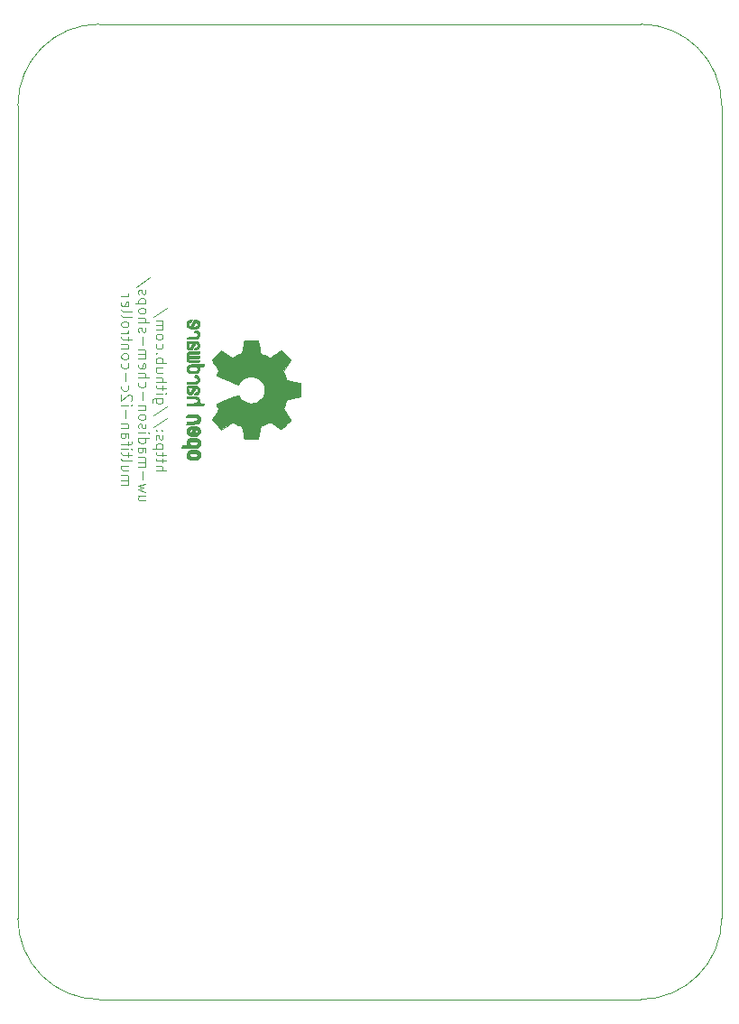
<source format=gbr>
%TF.GenerationSoftware,KiCad,Pcbnew,8.0.2*%
%TF.CreationDate,2024-05-09T13:50:34-05:00*%
%TF.ProjectId,multifan-i2c-controller,6d756c74-6966-4616-9e2d-6932632d636f,A*%
%TF.SameCoordinates,Original*%
%TF.FileFunction,Legend,Bot*%
%TF.FilePolarity,Positive*%
%FSLAX46Y46*%
G04 Gerber Fmt 4.6, Leading zero omitted, Abs format (unit mm)*
G04 Created by KiCad (PCBNEW 8.0.2) date 2024-05-09 13:50:34*
%MOMM*%
%LPD*%
G01*
G04 APERTURE LIST*
%ADD10C,0.100000*%
%ADD11C,0.010000*%
%TA.AperFunction,Profile*%
%ADD12C,0.050000*%
%TD*%
G04 APERTURE END LIST*
D10*
X81507580Y-85041428D02*
X82507580Y-85041428D01*
X81507580Y-84612857D02*
X82031390Y-84612857D01*
X82031390Y-84612857D02*
X82126628Y-84660476D01*
X82126628Y-84660476D02*
X82174247Y-84755714D01*
X82174247Y-84755714D02*
X82174247Y-84898571D01*
X82174247Y-84898571D02*
X82126628Y-84993809D01*
X82126628Y-84993809D02*
X82079009Y-85041428D01*
X82174247Y-84279523D02*
X82174247Y-83898571D01*
X82507580Y-84136666D02*
X81650438Y-84136666D01*
X81650438Y-84136666D02*
X81555200Y-84089047D01*
X81555200Y-84089047D02*
X81507580Y-83993809D01*
X81507580Y-83993809D02*
X81507580Y-83898571D01*
X82174247Y-83708094D02*
X82174247Y-83327142D01*
X82507580Y-83565237D02*
X81650438Y-83565237D01*
X81650438Y-83565237D02*
X81555200Y-83517618D01*
X81555200Y-83517618D02*
X81507580Y-83422380D01*
X81507580Y-83422380D02*
X81507580Y-83327142D01*
X82174247Y-82993808D02*
X81174247Y-82993808D01*
X82126628Y-82993808D02*
X82174247Y-82898570D01*
X82174247Y-82898570D02*
X82174247Y-82708094D01*
X82174247Y-82708094D02*
X82126628Y-82612856D01*
X82126628Y-82612856D02*
X82079009Y-82565237D01*
X82079009Y-82565237D02*
X81983771Y-82517618D01*
X81983771Y-82517618D02*
X81698057Y-82517618D01*
X81698057Y-82517618D02*
X81602819Y-82565237D01*
X81602819Y-82565237D02*
X81555200Y-82612856D01*
X81555200Y-82612856D02*
X81507580Y-82708094D01*
X81507580Y-82708094D02*
X81507580Y-82898570D01*
X81507580Y-82898570D02*
X81555200Y-82993808D01*
X81555200Y-82136665D02*
X81507580Y-82041427D01*
X81507580Y-82041427D02*
X81507580Y-81850951D01*
X81507580Y-81850951D02*
X81555200Y-81755713D01*
X81555200Y-81755713D02*
X81650438Y-81708094D01*
X81650438Y-81708094D02*
X81698057Y-81708094D01*
X81698057Y-81708094D02*
X81793295Y-81755713D01*
X81793295Y-81755713D02*
X81840914Y-81850951D01*
X81840914Y-81850951D02*
X81840914Y-81993808D01*
X81840914Y-81993808D02*
X81888533Y-82089046D01*
X81888533Y-82089046D02*
X81983771Y-82136665D01*
X81983771Y-82136665D02*
X82031390Y-82136665D01*
X82031390Y-82136665D02*
X82126628Y-82089046D01*
X82126628Y-82089046D02*
X82174247Y-81993808D01*
X82174247Y-81993808D02*
X82174247Y-81850951D01*
X82174247Y-81850951D02*
X82126628Y-81755713D01*
X81602819Y-81279522D02*
X81555200Y-81231903D01*
X81555200Y-81231903D02*
X81507580Y-81279522D01*
X81507580Y-81279522D02*
X81555200Y-81327141D01*
X81555200Y-81327141D02*
X81602819Y-81279522D01*
X81602819Y-81279522D02*
X81507580Y-81279522D01*
X82126628Y-81279522D02*
X82079009Y-81231903D01*
X82079009Y-81231903D02*
X82031390Y-81279522D01*
X82031390Y-81279522D02*
X82079009Y-81327141D01*
X82079009Y-81327141D02*
X82126628Y-81279522D01*
X82126628Y-81279522D02*
X82031390Y-81279522D01*
X82555200Y-80089047D02*
X81269485Y-80946189D01*
X82555200Y-79041428D02*
X81269485Y-79898570D01*
X82174247Y-78279523D02*
X81364723Y-78279523D01*
X81364723Y-78279523D02*
X81269485Y-78327142D01*
X81269485Y-78327142D02*
X81221866Y-78374761D01*
X81221866Y-78374761D02*
X81174247Y-78469999D01*
X81174247Y-78469999D02*
X81174247Y-78612856D01*
X81174247Y-78612856D02*
X81221866Y-78708094D01*
X81555200Y-78279523D02*
X81507580Y-78374761D01*
X81507580Y-78374761D02*
X81507580Y-78565237D01*
X81507580Y-78565237D02*
X81555200Y-78660475D01*
X81555200Y-78660475D02*
X81602819Y-78708094D01*
X81602819Y-78708094D02*
X81698057Y-78755713D01*
X81698057Y-78755713D02*
X81983771Y-78755713D01*
X81983771Y-78755713D02*
X82079009Y-78708094D01*
X82079009Y-78708094D02*
X82126628Y-78660475D01*
X82126628Y-78660475D02*
X82174247Y-78565237D01*
X82174247Y-78565237D02*
X82174247Y-78374761D01*
X82174247Y-78374761D02*
X82126628Y-78279523D01*
X81507580Y-77803332D02*
X82174247Y-77803332D01*
X82507580Y-77803332D02*
X82459961Y-77850951D01*
X82459961Y-77850951D02*
X82412342Y-77803332D01*
X82412342Y-77803332D02*
X82459961Y-77755713D01*
X82459961Y-77755713D02*
X82507580Y-77803332D01*
X82507580Y-77803332D02*
X82412342Y-77803332D01*
X82174247Y-77469999D02*
X82174247Y-77089047D01*
X82507580Y-77327142D02*
X81650438Y-77327142D01*
X81650438Y-77327142D02*
X81555200Y-77279523D01*
X81555200Y-77279523D02*
X81507580Y-77184285D01*
X81507580Y-77184285D02*
X81507580Y-77089047D01*
X81507580Y-76755713D02*
X82507580Y-76755713D01*
X81507580Y-76327142D02*
X82031390Y-76327142D01*
X82031390Y-76327142D02*
X82126628Y-76374761D01*
X82126628Y-76374761D02*
X82174247Y-76469999D01*
X82174247Y-76469999D02*
X82174247Y-76612856D01*
X82174247Y-76612856D02*
X82126628Y-76708094D01*
X82126628Y-76708094D02*
X82079009Y-76755713D01*
X82174247Y-75422380D02*
X81507580Y-75422380D01*
X82174247Y-75850951D02*
X81650438Y-75850951D01*
X81650438Y-75850951D02*
X81555200Y-75803332D01*
X81555200Y-75803332D02*
X81507580Y-75708094D01*
X81507580Y-75708094D02*
X81507580Y-75565237D01*
X81507580Y-75565237D02*
X81555200Y-75469999D01*
X81555200Y-75469999D02*
X81602819Y-75422380D01*
X81507580Y-74946189D02*
X82507580Y-74946189D01*
X82126628Y-74946189D02*
X82174247Y-74850951D01*
X82174247Y-74850951D02*
X82174247Y-74660475D01*
X82174247Y-74660475D02*
X82126628Y-74565237D01*
X82126628Y-74565237D02*
X82079009Y-74517618D01*
X82079009Y-74517618D02*
X81983771Y-74469999D01*
X81983771Y-74469999D02*
X81698057Y-74469999D01*
X81698057Y-74469999D02*
X81602819Y-74517618D01*
X81602819Y-74517618D02*
X81555200Y-74565237D01*
X81555200Y-74565237D02*
X81507580Y-74660475D01*
X81507580Y-74660475D02*
X81507580Y-74850951D01*
X81507580Y-74850951D02*
X81555200Y-74946189D01*
X81602819Y-74041427D02*
X81555200Y-73993808D01*
X81555200Y-73993808D02*
X81507580Y-74041427D01*
X81507580Y-74041427D02*
X81555200Y-74089046D01*
X81555200Y-74089046D02*
X81602819Y-74041427D01*
X81602819Y-74041427D02*
X81507580Y-74041427D01*
X81555200Y-73136666D02*
X81507580Y-73231904D01*
X81507580Y-73231904D02*
X81507580Y-73422380D01*
X81507580Y-73422380D02*
X81555200Y-73517618D01*
X81555200Y-73517618D02*
X81602819Y-73565237D01*
X81602819Y-73565237D02*
X81698057Y-73612856D01*
X81698057Y-73612856D02*
X81983771Y-73612856D01*
X81983771Y-73612856D02*
X82079009Y-73565237D01*
X82079009Y-73565237D02*
X82126628Y-73517618D01*
X82126628Y-73517618D02*
X82174247Y-73422380D01*
X82174247Y-73422380D02*
X82174247Y-73231904D01*
X82174247Y-73231904D02*
X82126628Y-73136666D01*
X81507580Y-72565237D02*
X81555200Y-72660475D01*
X81555200Y-72660475D02*
X81602819Y-72708094D01*
X81602819Y-72708094D02*
X81698057Y-72755713D01*
X81698057Y-72755713D02*
X81983771Y-72755713D01*
X81983771Y-72755713D02*
X82079009Y-72708094D01*
X82079009Y-72708094D02*
X82126628Y-72660475D01*
X82126628Y-72660475D02*
X82174247Y-72565237D01*
X82174247Y-72565237D02*
X82174247Y-72422380D01*
X82174247Y-72422380D02*
X82126628Y-72327142D01*
X82126628Y-72327142D02*
X82079009Y-72279523D01*
X82079009Y-72279523D02*
X81983771Y-72231904D01*
X81983771Y-72231904D02*
X81698057Y-72231904D01*
X81698057Y-72231904D02*
X81602819Y-72279523D01*
X81602819Y-72279523D02*
X81555200Y-72327142D01*
X81555200Y-72327142D02*
X81507580Y-72422380D01*
X81507580Y-72422380D02*
X81507580Y-72565237D01*
X81507580Y-71803332D02*
X82174247Y-71803332D01*
X82079009Y-71803332D02*
X82126628Y-71755713D01*
X82126628Y-71755713D02*
X82174247Y-71660475D01*
X82174247Y-71660475D02*
X82174247Y-71517618D01*
X82174247Y-71517618D02*
X82126628Y-71422380D01*
X82126628Y-71422380D02*
X82031390Y-71374761D01*
X82031390Y-71374761D02*
X81507580Y-71374761D01*
X82031390Y-71374761D02*
X82126628Y-71327142D01*
X82126628Y-71327142D02*
X82174247Y-71231904D01*
X82174247Y-71231904D02*
X82174247Y-71089047D01*
X82174247Y-71089047D02*
X82126628Y-70993808D01*
X82126628Y-70993808D02*
X82031390Y-70946189D01*
X82031390Y-70946189D02*
X81507580Y-70946189D01*
X82555200Y-69755714D02*
X81269485Y-70612856D01*
X80564303Y-87422380D02*
X79897636Y-87422380D01*
X80564303Y-87850951D02*
X80040494Y-87850951D01*
X80040494Y-87850951D02*
X79945256Y-87803332D01*
X79945256Y-87803332D02*
X79897636Y-87708094D01*
X79897636Y-87708094D02*
X79897636Y-87565237D01*
X79897636Y-87565237D02*
X79945256Y-87469999D01*
X79945256Y-87469999D02*
X79992875Y-87422380D01*
X80564303Y-87041427D02*
X79897636Y-86850951D01*
X79897636Y-86850951D02*
X80373827Y-86660475D01*
X80373827Y-86660475D02*
X79897636Y-86469999D01*
X79897636Y-86469999D02*
X80564303Y-86279523D01*
X80278589Y-85898570D02*
X80278589Y-85136666D01*
X79897636Y-84660475D02*
X80564303Y-84660475D01*
X80469065Y-84660475D02*
X80516684Y-84612856D01*
X80516684Y-84612856D02*
X80564303Y-84517618D01*
X80564303Y-84517618D02*
X80564303Y-84374761D01*
X80564303Y-84374761D02*
X80516684Y-84279523D01*
X80516684Y-84279523D02*
X80421446Y-84231904D01*
X80421446Y-84231904D02*
X79897636Y-84231904D01*
X80421446Y-84231904D02*
X80516684Y-84184285D01*
X80516684Y-84184285D02*
X80564303Y-84089047D01*
X80564303Y-84089047D02*
X80564303Y-83946190D01*
X80564303Y-83946190D02*
X80516684Y-83850951D01*
X80516684Y-83850951D02*
X80421446Y-83803332D01*
X80421446Y-83803332D02*
X79897636Y-83803332D01*
X79897636Y-82898571D02*
X80421446Y-82898571D01*
X80421446Y-82898571D02*
X80516684Y-82946190D01*
X80516684Y-82946190D02*
X80564303Y-83041428D01*
X80564303Y-83041428D02*
X80564303Y-83231904D01*
X80564303Y-83231904D02*
X80516684Y-83327142D01*
X79945256Y-82898571D02*
X79897636Y-82993809D01*
X79897636Y-82993809D02*
X79897636Y-83231904D01*
X79897636Y-83231904D02*
X79945256Y-83327142D01*
X79945256Y-83327142D02*
X80040494Y-83374761D01*
X80040494Y-83374761D02*
X80135732Y-83374761D01*
X80135732Y-83374761D02*
X80230970Y-83327142D01*
X80230970Y-83327142D02*
X80278589Y-83231904D01*
X80278589Y-83231904D02*
X80278589Y-82993809D01*
X80278589Y-82993809D02*
X80326208Y-82898571D01*
X79897636Y-81993809D02*
X80897636Y-81993809D01*
X79945256Y-81993809D02*
X79897636Y-82089047D01*
X79897636Y-82089047D02*
X79897636Y-82279523D01*
X79897636Y-82279523D02*
X79945256Y-82374761D01*
X79945256Y-82374761D02*
X79992875Y-82422380D01*
X79992875Y-82422380D02*
X80088113Y-82469999D01*
X80088113Y-82469999D02*
X80373827Y-82469999D01*
X80373827Y-82469999D02*
X80469065Y-82422380D01*
X80469065Y-82422380D02*
X80516684Y-82374761D01*
X80516684Y-82374761D02*
X80564303Y-82279523D01*
X80564303Y-82279523D02*
X80564303Y-82089047D01*
X80564303Y-82089047D02*
X80516684Y-81993809D01*
X79897636Y-81517618D02*
X80564303Y-81517618D01*
X80897636Y-81517618D02*
X80850017Y-81565237D01*
X80850017Y-81565237D02*
X80802398Y-81517618D01*
X80802398Y-81517618D02*
X80850017Y-81469999D01*
X80850017Y-81469999D02*
X80897636Y-81517618D01*
X80897636Y-81517618D02*
X80802398Y-81517618D01*
X79945256Y-81089047D02*
X79897636Y-80993809D01*
X79897636Y-80993809D02*
X79897636Y-80803333D01*
X79897636Y-80803333D02*
X79945256Y-80708095D01*
X79945256Y-80708095D02*
X80040494Y-80660476D01*
X80040494Y-80660476D02*
X80088113Y-80660476D01*
X80088113Y-80660476D02*
X80183351Y-80708095D01*
X80183351Y-80708095D02*
X80230970Y-80803333D01*
X80230970Y-80803333D02*
X80230970Y-80946190D01*
X80230970Y-80946190D02*
X80278589Y-81041428D01*
X80278589Y-81041428D02*
X80373827Y-81089047D01*
X80373827Y-81089047D02*
X80421446Y-81089047D01*
X80421446Y-81089047D02*
X80516684Y-81041428D01*
X80516684Y-81041428D02*
X80564303Y-80946190D01*
X80564303Y-80946190D02*
X80564303Y-80803333D01*
X80564303Y-80803333D02*
X80516684Y-80708095D01*
X79897636Y-80089047D02*
X79945256Y-80184285D01*
X79945256Y-80184285D02*
X79992875Y-80231904D01*
X79992875Y-80231904D02*
X80088113Y-80279523D01*
X80088113Y-80279523D02*
X80373827Y-80279523D01*
X80373827Y-80279523D02*
X80469065Y-80231904D01*
X80469065Y-80231904D02*
X80516684Y-80184285D01*
X80516684Y-80184285D02*
X80564303Y-80089047D01*
X80564303Y-80089047D02*
X80564303Y-79946190D01*
X80564303Y-79946190D02*
X80516684Y-79850952D01*
X80516684Y-79850952D02*
X80469065Y-79803333D01*
X80469065Y-79803333D02*
X80373827Y-79755714D01*
X80373827Y-79755714D02*
X80088113Y-79755714D01*
X80088113Y-79755714D02*
X79992875Y-79803333D01*
X79992875Y-79803333D02*
X79945256Y-79850952D01*
X79945256Y-79850952D02*
X79897636Y-79946190D01*
X79897636Y-79946190D02*
X79897636Y-80089047D01*
X80564303Y-79327142D02*
X79897636Y-79327142D01*
X80469065Y-79327142D02*
X80516684Y-79279523D01*
X80516684Y-79279523D02*
X80564303Y-79184285D01*
X80564303Y-79184285D02*
X80564303Y-79041428D01*
X80564303Y-79041428D02*
X80516684Y-78946190D01*
X80516684Y-78946190D02*
X80421446Y-78898571D01*
X80421446Y-78898571D02*
X79897636Y-78898571D01*
X80278589Y-78422380D02*
X80278589Y-77660476D01*
X79945256Y-76755714D02*
X79897636Y-76850952D01*
X79897636Y-76850952D02*
X79897636Y-77041428D01*
X79897636Y-77041428D02*
X79945256Y-77136666D01*
X79945256Y-77136666D02*
X79992875Y-77184285D01*
X79992875Y-77184285D02*
X80088113Y-77231904D01*
X80088113Y-77231904D02*
X80373827Y-77231904D01*
X80373827Y-77231904D02*
X80469065Y-77184285D01*
X80469065Y-77184285D02*
X80516684Y-77136666D01*
X80516684Y-77136666D02*
X80564303Y-77041428D01*
X80564303Y-77041428D02*
X80564303Y-76850952D01*
X80564303Y-76850952D02*
X80516684Y-76755714D01*
X79897636Y-76327142D02*
X80897636Y-76327142D01*
X79897636Y-75898571D02*
X80421446Y-75898571D01*
X80421446Y-75898571D02*
X80516684Y-75946190D01*
X80516684Y-75946190D02*
X80564303Y-76041428D01*
X80564303Y-76041428D02*
X80564303Y-76184285D01*
X80564303Y-76184285D02*
X80516684Y-76279523D01*
X80516684Y-76279523D02*
X80469065Y-76327142D01*
X79945256Y-75041428D02*
X79897636Y-75136666D01*
X79897636Y-75136666D02*
X79897636Y-75327142D01*
X79897636Y-75327142D02*
X79945256Y-75422380D01*
X79945256Y-75422380D02*
X80040494Y-75469999D01*
X80040494Y-75469999D02*
X80421446Y-75469999D01*
X80421446Y-75469999D02*
X80516684Y-75422380D01*
X80516684Y-75422380D02*
X80564303Y-75327142D01*
X80564303Y-75327142D02*
X80564303Y-75136666D01*
X80564303Y-75136666D02*
X80516684Y-75041428D01*
X80516684Y-75041428D02*
X80421446Y-74993809D01*
X80421446Y-74993809D02*
X80326208Y-74993809D01*
X80326208Y-74993809D02*
X80230970Y-75469999D01*
X79897636Y-74565237D02*
X80564303Y-74565237D01*
X80469065Y-74565237D02*
X80516684Y-74517618D01*
X80516684Y-74517618D02*
X80564303Y-74422380D01*
X80564303Y-74422380D02*
X80564303Y-74279523D01*
X80564303Y-74279523D02*
X80516684Y-74184285D01*
X80516684Y-74184285D02*
X80421446Y-74136666D01*
X80421446Y-74136666D02*
X79897636Y-74136666D01*
X80421446Y-74136666D02*
X80516684Y-74089047D01*
X80516684Y-74089047D02*
X80564303Y-73993809D01*
X80564303Y-73993809D02*
X80564303Y-73850952D01*
X80564303Y-73850952D02*
X80516684Y-73755713D01*
X80516684Y-73755713D02*
X80421446Y-73708094D01*
X80421446Y-73708094D02*
X79897636Y-73708094D01*
X80278589Y-73231904D02*
X80278589Y-72470000D01*
X79945256Y-72041428D02*
X79897636Y-71946190D01*
X79897636Y-71946190D02*
X79897636Y-71755714D01*
X79897636Y-71755714D02*
X79945256Y-71660476D01*
X79945256Y-71660476D02*
X80040494Y-71612857D01*
X80040494Y-71612857D02*
X80088113Y-71612857D01*
X80088113Y-71612857D02*
X80183351Y-71660476D01*
X80183351Y-71660476D02*
X80230970Y-71755714D01*
X80230970Y-71755714D02*
X80230970Y-71898571D01*
X80230970Y-71898571D02*
X80278589Y-71993809D01*
X80278589Y-71993809D02*
X80373827Y-72041428D01*
X80373827Y-72041428D02*
X80421446Y-72041428D01*
X80421446Y-72041428D02*
X80516684Y-71993809D01*
X80516684Y-71993809D02*
X80564303Y-71898571D01*
X80564303Y-71898571D02*
X80564303Y-71755714D01*
X80564303Y-71755714D02*
X80516684Y-71660476D01*
X79897636Y-71184285D02*
X80897636Y-71184285D01*
X79897636Y-70755714D02*
X80421446Y-70755714D01*
X80421446Y-70755714D02*
X80516684Y-70803333D01*
X80516684Y-70803333D02*
X80564303Y-70898571D01*
X80564303Y-70898571D02*
X80564303Y-71041428D01*
X80564303Y-71041428D02*
X80516684Y-71136666D01*
X80516684Y-71136666D02*
X80469065Y-71184285D01*
X79897636Y-70136666D02*
X79945256Y-70231904D01*
X79945256Y-70231904D02*
X79992875Y-70279523D01*
X79992875Y-70279523D02*
X80088113Y-70327142D01*
X80088113Y-70327142D02*
X80373827Y-70327142D01*
X80373827Y-70327142D02*
X80469065Y-70279523D01*
X80469065Y-70279523D02*
X80516684Y-70231904D01*
X80516684Y-70231904D02*
X80564303Y-70136666D01*
X80564303Y-70136666D02*
X80564303Y-69993809D01*
X80564303Y-69993809D02*
X80516684Y-69898571D01*
X80516684Y-69898571D02*
X80469065Y-69850952D01*
X80469065Y-69850952D02*
X80373827Y-69803333D01*
X80373827Y-69803333D02*
X80088113Y-69803333D01*
X80088113Y-69803333D02*
X79992875Y-69850952D01*
X79992875Y-69850952D02*
X79945256Y-69898571D01*
X79945256Y-69898571D02*
X79897636Y-69993809D01*
X79897636Y-69993809D02*
X79897636Y-70136666D01*
X80564303Y-69374761D02*
X79564303Y-69374761D01*
X80516684Y-69374761D02*
X80564303Y-69279523D01*
X80564303Y-69279523D02*
X80564303Y-69089047D01*
X80564303Y-69089047D02*
X80516684Y-68993809D01*
X80516684Y-68993809D02*
X80469065Y-68946190D01*
X80469065Y-68946190D02*
X80373827Y-68898571D01*
X80373827Y-68898571D02*
X80088113Y-68898571D01*
X80088113Y-68898571D02*
X79992875Y-68946190D01*
X79992875Y-68946190D02*
X79945256Y-68993809D01*
X79945256Y-68993809D02*
X79897636Y-69089047D01*
X79897636Y-69089047D02*
X79897636Y-69279523D01*
X79897636Y-69279523D02*
X79945256Y-69374761D01*
X79945256Y-68517618D02*
X79897636Y-68422380D01*
X79897636Y-68422380D02*
X79897636Y-68231904D01*
X79897636Y-68231904D02*
X79945256Y-68136666D01*
X79945256Y-68136666D02*
X80040494Y-68089047D01*
X80040494Y-68089047D02*
X80088113Y-68089047D01*
X80088113Y-68089047D02*
X80183351Y-68136666D01*
X80183351Y-68136666D02*
X80230970Y-68231904D01*
X80230970Y-68231904D02*
X80230970Y-68374761D01*
X80230970Y-68374761D02*
X80278589Y-68469999D01*
X80278589Y-68469999D02*
X80373827Y-68517618D01*
X80373827Y-68517618D02*
X80421446Y-68517618D01*
X80421446Y-68517618D02*
X80516684Y-68469999D01*
X80516684Y-68469999D02*
X80564303Y-68374761D01*
X80564303Y-68374761D02*
X80564303Y-68231904D01*
X80564303Y-68231904D02*
X80516684Y-68136666D01*
X80945256Y-66946190D02*
X79659541Y-67803332D01*
X78287692Y-86350953D02*
X78954359Y-86350953D01*
X78859121Y-86350953D02*
X78906740Y-86303334D01*
X78906740Y-86303334D02*
X78954359Y-86208096D01*
X78954359Y-86208096D02*
X78954359Y-86065239D01*
X78954359Y-86065239D02*
X78906740Y-85970001D01*
X78906740Y-85970001D02*
X78811502Y-85922382D01*
X78811502Y-85922382D02*
X78287692Y-85922382D01*
X78811502Y-85922382D02*
X78906740Y-85874763D01*
X78906740Y-85874763D02*
X78954359Y-85779525D01*
X78954359Y-85779525D02*
X78954359Y-85636668D01*
X78954359Y-85636668D02*
X78906740Y-85541429D01*
X78906740Y-85541429D02*
X78811502Y-85493810D01*
X78811502Y-85493810D02*
X78287692Y-85493810D01*
X78954359Y-84589049D02*
X78287692Y-84589049D01*
X78954359Y-85017620D02*
X78430550Y-85017620D01*
X78430550Y-85017620D02*
X78335312Y-84970001D01*
X78335312Y-84970001D02*
X78287692Y-84874763D01*
X78287692Y-84874763D02*
X78287692Y-84731906D01*
X78287692Y-84731906D02*
X78335312Y-84636668D01*
X78335312Y-84636668D02*
X78382931Y-84589049D01*
X78287692Y-83970001D02*
X78335312Y-84065239D01*
X78335312Y-84065239D02*
X78430550Y-84112858D01*
X78430550Y-84112858D02*
X79287692Y-84112858D01*
X78954359Y-83731905D02*
X78954359Y-83350953D01*
X79287692Y-83589048D02*
X78430550Y-83589048D01*
X78430550Y-83589048D02*
X78335312Y-83541429D01*
X78335312Y-83541429D02*
X78287692Y-83446191D01*
X78287692Y-83446191D02*
X78287692Y-83350953D01*
X78287692Y-83017619D02*
X78954359Y-83017619D01*
X79287692Y-83017619D02*
X79240073Y-83065238D01*
X79240073Y-83065238D02*
X79192454Y-83017619D01*
X79192454Y-83017619D02*
X79240073Y-82970000D01*
X79240073Y-82970000D02*
X79287692Y-83017619D01*
X79287692Y-83017619D02*
X79192454Y-83017619D01*
X78954359Y-82684286D02*
X78954359Y-82303334D01*
X78287692Y-82541429D02*
X79144835Y-82541429D01*
X79144835Y-82541429D02*
X79240073Y-82493810D01*
X79240073Y-82493810D02*
X79287692Y-82398572D01*
X79287692Y-82398572D02*
X79287692Y-82303334D01*
X78287692Y-81541429D02*
X78811502Y-81541429D01*
X78811502Y-81541429D02*
X78906740Y-81589048D01*
X78906740Y-81589048D02*
X78954359Y-81684286D01*
X78954359Y-81684286D02*
X78954359Y-81874762D01*
X78954359Y-81874762D02*
X78906740Y-81970000D01*
X78335312Y-81541429D02*
X78287692Y-81636667D01*
X78287692Y-81636667D02*
X78287692Y-81874762D01*
X78287692Y-81874762D02*
X78335312Y-81970000D01*
X78335312Y-81970000D02*
X78430550Y-82017619D01*
X78430550Y-82017619D02*
X78525788Y-82017619D01*
X78525788Y-82017619D02*
X78621026Y-81970000D01*
X78621026Y-81970000D02*
X78668645Y-81874762D01*
X78668645Y-81874762D02*
X78668645Y-81636667D01*
X78668645Y-81636667D02*
X78716264Y-81541429D01*
X78954359Y-81065238D02*
X78287692Y-81065238D01*
X78859121Y-81065238D02*
X78906740Y-81017619D01*
X78906740Y-81017619D02*
X78954359Y-80922381D01*
X78954359Y-80922381D02*
X78954359Y-80779524D01*
X78954359Y-80779524D02*
X78906740Y-80684286D01*
X78906740Y-80684286D02*
X78811502Y-80636667D01*
X78811502Y-80636667D02*
X78287692Y-80636667D01*
X78668645Y-80160476D02*
X78668645Y-79398572D01*
X78287692Y-78922381D02*
X78954359Y-78922381D01*
X79287692Y-78922381D02*
X79240073Y-78970000D01*
X79240073Y-78970000D02*
X79192454Y-78922381D01*
X79192454Y-78922381D02*
X79240073Y-78874762D01*
X79240073Y-78874762D02*
X79287692Y-78922381D01*
X79287692Y-78922381D02*
X79192454Y-78922381D01*
X79192454Y-78493810D02*
X79240073Y-78446191D01*
X79240073Y-78446191D02*
X79287692Y-78350953D01*
X79287692Y-78350953D02*
X79287692Y-78112858D01*
X79287692Y-78112858D02*
X79240073Y-78017620D01*
X79240073Y-78017620D02*
X79192454Y-77970001D01*
X79192454Y-77970001D02*
X79097216Y-77922382D01*
X79097216Y-77922382D02*
X79001978Y-77922382D01*
X79001978Y-77922382D02*
X78859121Y-77970001D01*
X78859121Y-77970001D02*
X78287692Y-78541429D01*
X78287692Y-78541429D02*
X78287692Y-77922382D01*
X78335312Y-77065239D02*
X78287692Y-77160477D01*
X78287692Y-77160477D02*
X78287692Y-77350953D01*
X78287692Y-77350953D02*
X78335312Y-77446191D01*
X78335312Y-77446191D02*
X78382931Y-77493810D01*
X78382931Y-77493810D02*
X78478169Y-77541429D01*
X78478169Y-77541429D02*
X78763883Y-77541429D01*
X78763883Y-77541429D02*
X78859121Y-77493810D01*
X78859121Y-77493810D02*
X78906740Y-77446191D01*
X78906740Y-77446191D02*
X78954359Y-77350953D01*
X78954359Y-77350953D02*
X78954359Y-77160477D01*
X78954359Y-77160477D02*
X78906740Y-77065239D01*
X78668645Y-76636667D02*
X78668645Y-75874763D01*
X78335312Y-74970001D02*
X78287692Y-75065239D01*
X78287692Y-75065239D02*
X78287692Y-75255715D01*
X78287692Y-75255715D02*
X78335312Y-75350953D01*
X78335312Y-75350953D02*
X78382931Y-75398572D01*
X78382931Y-75398572D02*
X78478169Y-75446191D01*
X78478169Y-75446191D02*
X78763883Y-75446191D01*
X78763883Y-75446191D02*
X78859121Y-75398572D01*
X78859121Y-75398572D02*
X78906740Y-75350953D01*
X78906740Y-75350953D02*
X78954359Y-75255715D01*
X78954359Y-75255715D02*
X78954359Y-75065239D01*
X78954359Y-75065239D02*
X78906740Y-74970001D01*
X78287692Y-74398572D02*
X78335312Y-74493810D01*
X78335312Y-74493810D02*
X78382931Y-74541429D01*
X78382931Y-74541429D02*
X78478169Y-74589048D01*
X78478169Y-74589048D02*
X78763883Y-74589048D01*
X78763883Y-74589048D02*
X78859121Y-74541429D01*
X78859121Y-74541429D02*
X78906740Y-74493810D01*
X78906740Y-74493810D02*
X78954359Y-74398572D01*
X78954359Y-74398572D02*
X78954359Y-74255715D01*
X78954359Y-74255715D02*
X78906740Y-74160477D01*
X78906740Y-74160477D02*
X78859121Y-74112858D01*
X78859121Y-74112858D02*
X78763883Y-74065239D01*
X78763883Y-74065239D02*
X78478169Y-74065239D01*
X78478169Y-74065239D02*
X78382931Y-74112858D01*
X78382931Y-74112858D02*
X78335312Y-74160477D01*
X78335312Y-74160477D02*
X78287692Y-74255715D01*
X78287692Y-74255715D02*
X78287692Y-74398572D01*
X78954359Y-73636667D02*
X78287692Y-73636667D01*
X78859121Y-73636667D02*
X78906740Y-73589048D01*
X78906740Y-73589048D02*
X78954359Y-73493810D01*
X78954359Y-73493810D02*
X78954359Y-73350953D01*
X78954359Y-73350953D02*
X78906740Y-73255715D01*
X78906740Y-73255715D02*
X78811502Y-73208096D01*
X78811502Y-73208096D02*
X78287692Y-73208096D01*
X78954359Y-72874762D02*
X78954359Y-72493810D01*
X79287692Y-72731905D02*
X78430550Y-72731905D01*
X78430550Y-72731905D02*
X78335312Y-72684286D01*
X78335312Y-72684286D02*
X78287692Y-72589048D01*
X78287692Y-72589048D02*
X78287692Y-72493810D01*
X78287692Y-72160476D02*
X78954359Y-72160476D01*
X78763883Y-72160476D02*
X78859121Y-72112857D01*
X78859121Y-72112857D02*
X78906740Y-72065238D01*
X78906740Y-72065238D02*
X78954359Y-71970000D01*
X78954359Y-71970000D02*
X78954359Y-71874762D01*
X78287692Y-71398571D02*
X78335312Y-71493809D01*
X78335312Y-71493809D02*
X78382931Y-71541428D01*
X78382931Y-71541428D02*
X78478169Y-71589047D01*
X78478169Y-71589047D02*
X78763883Y-71589047D01*
X78763883Y-71589047D02*
X78859121Y-71541428D01*
X78859121Y-71541428D02*
X78906740Y-71493809D01*
X78906740Y-71493809D02*
X78954359Y-71398571D01*
X78954359Y-71398571D02*
X78954359Y-71255714D01*
X78954359Y-71255714D02*
X78906740Y-71160476D01*
X78906740Y-71160476D02*
X78859121Y-71112857D01*
X78859121Y-71112857D02*
X78763883Y-71065238D01*
X78763883Y-71065238D02*
X78478169Y-71065238D01*
X78478169Y-71065238D02*
X78382931Y-71112857D01*
X78382931Y-71112857D02*
X78335312Y-71160476D01*
X78335312Y-71160476D02*
X78287692Y-71255714D01*
X78287692Y-71255714D02*
X78287692Y-71398571D01*
X78287692Y-70493809D02*
X78335312Y-70589047D01*
X78335312Y-70589047D02*
X78430550Y-70636666D01*
X78430550Y-70636666D02*
X79287692Y-70636666D01*
X78287692Y-69969999D02*
X78335312Y-70065237D01*
X78335312Y-70065237D02*
X78430550Y-70112856D01*
X78430550Y-70112856D02*
X79287692Y-70112856D01*
X78335312Y-69208094D02*
X78287692Y-69303332D01*
X78287692Y-69303332D02*
X78287692Y-69493808D01*
X78287692Y-69493808D02*
X78335312Y-69589046D01*
X78335312Y-69589046D02*
X78430550Y-69636665D01*
X78430550Y-69636665D02*
X78811502Y-69636665D01*
X78811502Y-69636665D02*
X78906740Y-69589046D01*
X78906740Y-69589046D02*
X78954359Y-69493808D01*
X78954359Y-69493808D02*
X78954359Y-69303332D01*
X78954359Y-69303332D02*
X78906740Y-69208094D01*
X78906740Y-69208094D02*
X78811502Y-69160475D01*
X78811502Y-69160475D02*
X78716264Y-69160475D01*
X78716264Y-69160475D02*
X78621026Y-69636665D01*
X78287692Y-68731903D02*
X78954359Y-68731903D01*
X78763883Y-68731903D02*
X78859121Y-68684284D01*
X78859121Y-68684284D02*
X78906740Y-68636665D01*
X78906740Y-68636665D02*
X78954359Y-68541427D01*
X78954359Y-68541427D02*
X78954359Y-68446189D01*
D11*
%TO.C,REF\u002A\u002A*%
X85316594Y-71900847D02*
X85418382Y-71944897D01*
X85513765Y-72016123D01*
X85579731Y-72099415D01*
X85594982Y-72134310D01*
X85620479Y-72266443D01*
X85610381Y-72406725D01*
X85565607Y-72527261D01*
X85531966Y-72577388D01*
X85483764Y-72628152D01*
X85422449Y-72664362D01*
X85338976Y-72688393D01*
X85224303Y-72702618D01*
X85069387Y-72709412D01*
X84865186Y-72711149D01*
X84759659Y-72710809D01*
X84615459Y-72709101D01*
X84500380Y-72706201D01*
X84424178Y-72702384D01*
X84396609Y-72697925D01*
X84405728Y-72668909D01*
X84430491Y-72610339D01*
X84431293Y-72608581D01*
X84447215Y-72578167D01*
X84469062Y-72557712D01*
X84507328Y-72545240D01*
X84572505Y-72538777D01*
X84675087Y-72536348D01*
X84825567Y-72535977D01*
X84921026Y-72535229D01*
X85100429Y-72527256D01*
X85231837Y-72508998D01*
X85322141Y-72478526D01*
X85378233Y-72433912D01*
X85407006Y-72373226D01*
X85409011Y-72364807D01*
X85410577Y-72251139D01*
X85359652Y-72162492D01*
X85257555Y-72101265D01*
X85228039Y-72090346D01*
X85162717Y-72065458D01*
X85132700Y-72052854D01*
X85136836Y-72026969D01*
X85159283Y-71970439D01*
X85196353Y-71917715D01*
X85266413Y-71893678D01*
X85316594Y-71900847D01*
G36*
X85316594Y-71900847D02*
G01*
X85418382Y-71944897D01*
X85513765Y-72016123D01*
X85579731Y-72099415D01*
X85594982Y-72134310D01*
X85620479Y-72266443D01*
X85610381Y-72406725D01*
X85565607Y-72527261D01*
X85531966Y-72577388D01*
X85483764Y-72628152D01*
X85422449Y-72664362D01*
X85338976Y-72688393D01*
X85224303Y-72702618D01*
X85069387Y-72709412D01*
X84865186Y-72711149D01*
X84759659Y-72710809D01*
X84615459Y-72709101D01*
X84500380Y-72706201D01*
X84424178Y-72702384D01*
X84396609Y-72697925D01*
X84405728Y-72668909D01*
X84430491Y-72610339D01*
X84431293Y-72608581D01*
X84447215Y-72578167D01*
X84469062Y-72557712D01*
X84507328Y-72545240D01*
X84572505Y-72538777D01*
X84675087Y-72536348D01*
X84825567Y-72535977D01*
X84921026Y-72535229D01*
X85100429Y-72527256D01*
X85231837Y-72508998D01*
X85322141Y-72478526D01*
X85378233Y-72433912D01*
X85407006Y-72373226D01*
X85409011Y-72364807D01*
X85410577Y-72251139D01*
X85359652Y-72162492D01*
X85257555Y-72101265D01*
X85228039Y-72090346D01*
X85162717Y-72065458D01*
X85132700Y-72052854D01*
X85136836Y-72026969D01*
X85159283Y-71970439D01*
X85196353Y-71917715D01*
X85266413Y-71893678D01*
X85316594Y-71900847D01*
G37*
X85041902Y-79776951D02*
X85208494Y-79781380D01*
X85332532Y-79792594D01*
X85424013Y-79813272D01*
X85492934Y-79846093D01*
X85549293Y-79893736D01*
X85603086Y-79958877D01*
X85657281Y-80052571D01*
X85692661Y-80200175D01*
X85677311Y-80348487D01*
X85613230Y-80484848D01*
X85502416Y-80596598D01*
X85467727Y-80619761D01*
X85428410Y-80638973D01*
X85378855Y-80652598D01*
X85309432Y-80661877D01*
X85210510Y-80668050D01*
X85072461Y-80672357D01*
X84885654Y-80676038D01*
X84367458Y-80685180D01*
X84396656Y-80608383D01*
X84423480Y-80538068D01*
X84449294Y-80485424D01*
X84482569Y-80451060D01*
X84533490Y-80431093D01*
X84612239Y-80421639D01*
X84729001Y-80418814D01*
X84893958Y-80418736D01*
X85025442Y-80418336D01*
X85151606Y-80415951D01*
X85237777Y-80410259D01*
X85294328Y-80399961D01*
X85331630Y-80383755D01*
X85360057Y-80360345D01*
X85400173Y-80302793D01*
X85415294Y-80206112D01*
X85377083Y-80110465D01*
X85372190Y-80104152D01*
X85349587Y-80084477D01*
X85313336Y-80069963D01*
X85254489Y-80059394D01*
X85164099Y-80051555D01*
X85033221Y-80045227D01*
X84852905Y-80039195D01*
X84370093Y-80024598D01*
X84425717Y-79900517D01*
X84481341Y-79776437D01*
X84922149Y-79776437D01*
X85041902Y-79776951D01*
G36*
X85041902Y-79776951D02*
G01*
X85208494Y-79781380D01*
X85332532Y-79792594D01*
X85424013Y-79813272D01*
X85492934Y-79846093D01*
X85549293Y-79893736D01*
X85603086Y-79958877D01*
X85657281Y-80052571D01*
X85692661Y-80200175D01*
X85677311Y-80348487D01*
X85613230Y-80484848D01*
X85502416Y-80596598D01*
X85467727Y-80619761D01*
X85428410Y-80638973D01*
X85378855Y-80652598D01*
X85309432Y-80661877D01*
X85210510Y-80668050D01*
X85072461Y-80672357D01*
X84885654Y-80676038D01*
X84367458Y-80685180D01*
X84396656Y-80608383D01*
X84423480Y-80538068D01*
X84449294Y-80485424D01*
X84482569Y-80451060D01*
X84533490Y-80431093D01*
X84612239Y-80421639D01*
X84729001Y-80418814D01*
X84893958Y-80418736D01*
X85025442Y-80418336D01*
X85151606Y-80415951D01*
X85237777Y-80410259D01*
X85294328Y-80399961D01*
X85331630Y-80383755D01*
X85360057Y-80360345D01*
X85400173Y-80302793D01*
X85415294Y-80206112D01*
X85377083Y-80110465D01*
X85372190Y-80104152D01*
X85349587Y-80084477D01*
X85313336Y-80069963D01*
X85254489Y-80059394D01*
X85164099Y-80051555D01*
X85033221Y-80045227D01*
X84852905Y-80039195D01*
X84370093Y-80024598D01*
X84425717Y-79900517D01*
X84481341Y-79776437D01*
X84922149Y-79776437D01*
X85041902Y-79776951D01*
G37*
X85416648Y-76121968D02*
X85477581Y-76163990D01*
X85564141Y-76271435D01*
X85613080Y-76404057D01*
X85619740Y-76545867D01*
X85579464Y-76680872D01*
X85574362Y-76690090D01*
X85515920Y-76765381D01*
X85440785Y-76832698D01*
X85423804Y-76844439D01*
X85384175Y-76866883D01*
X85337142Y-76882918D01*
X85272508Y-76893945D01*
X85180077Y-76901365D01*
X85049651Y-76906579D01*
X84871035Y-76910989D01*
X84840838Y-76911614D01*
X84645059Y-76913620D01*
X84506397Y-76910792D01*
X84423897Y-76903088D01*
X84396609Y-76890466D01*
X84404780Y-76852267D01*
X84429537Y-76787374D01*
X84436777Y-76772094D01*
X84453165Y-76748227D01*
X84480107Y-76731769D01*
X84527167Y-76721005D01*
X84603912Y-76714219D01*
X84719905Y-76709693D01*
X84884713Y-76705713D01*
X84932888Y-76704622D01*
X85085040Y-76700407D01*
X85191524Y-76694936D01*
X85262435Y-76686554D01*
X85307871Y-76673606D01*
X85337928Y-76654439D01*
X85362704Y-76627398D01*
X85406139Y-76547337D01*
X85414502Y-76448846D01*
X85381266Y-76360719D01*
X85312452Y-76297314D01*
X85214080Y-76272988D01*
X85187342Y-76272311D01*
X85138935Y-76259024D01*
X85131550Y-76219796D01*
X85160376Y-76142983D01*
X85169622Y-76125192D01*
X85223994Y-76077109D01*
X85304839Y-76076157D01*
X85416648Y-76121968D01*
G36*
X85416648Y-76121968D02*
G01*
X85477581Y-76163990D01*
X85564141Y-76271435D01*
X85613080Y-76404057D01*
X85619740Y-76545867D01*
X85579464Y-76680872D01*
X85574362Y-76690090D01*
X85515920Y-76765381D01*
X85440785Y-76832698D01*
X85423804Y-76844439D01*
X85384175Y-76866883D01*
X85337142Y-76882918D01*
X85272508Y-76893945D01*
X85180077Y-76901365D01*
X85049651Y-76906579D01*
X84871035Y-76910989D01*
X84840838Y-76911614D01*
X84645059Y-76913620D01*
X84506397Y-76910792D01*
X84423897Y-76903088D01*
X84396609Y-76890466D01*
X84404780Y-76852267D01*
X84429537Y-76787374D01*
X84436777Y-76772094D01*
X84453165Y-76748227D01*
X84480107Y-76731769D01*
X84527167Y-76721005D01*
X84603912Y-76714219D01*
X84719905Y-76709693D01*
X84884713Y-76705713D01*
X84932888Y-76704622D01*
X85085040Y-76700407D01*
X85191524Y-76694936D01*
X85262435Y-76686554D01*
X85307871Y-76673606D01*
X85337928Y-76654439D01*
X85362704Y-76627398D01*
X85406139Y-76547337D01*
X85414502Y-76448846D01*
X85381266Y-76360719D01*
X85312452Y-76297314D01*
X85214080Y-76272988D01*
X85187342Y-76272311D01*
X85138935Y-76259024D01*
X85131550Y-76219796D01*
X85160376Y-76142983D01*
X85169622Y-76125192D01*
X85223994Y-76077109D01*
X85304839Y-76076157D01*
X85416648Y-76121968D01*
G37*
X85254179Y-73879685D02*
X85401609Y-73881929D01*
X85518347Y-73885421D01*
X85595160Y-73889876D01*
X85622816Y-73895013D01*
X85622742Y-73896090D01*
X85608981Y-73933407D01*
X85578656Y-73996457D01*
X85534495Y-74081854D01*
X85075035Y-74089893D01*
X84615575Y-74097931D01*
X84615575Y-74273103D01*
X85119195Y-74281092D01*
X85256096Y-74283624D01*
X85402421Y-74287249D01*
X85518589Y-74291177D01*
X85595191Y-74295080D01*
X85622816Y-74298632D01*
X85622719Y-74299653D01*
X85612557Y-74335051D01*
X85590765Y-74400126D01*
X85558713Y-74492069D01*
X85116339Y-74492516D01*
X85039493Y-74492964D01*
X84890166Y-74496069D01*
X84765456Y-74501622D01*
X84676621Y-74509033D01*
X84634917Y-74517714D01*
X84612611Y-74548771D01*
X84605722Y-74612152D01*
X84615575Y-74681839D01*
X85119195Y-74689827D01*
X85247172Y-74692686D01*
X85398652Y-74698614D01*
X85517470Y-74706365D01*
X85595050Y-74715343D01*
X85622816Y-74724948D01*
X85614030Y-74762410D01*
X85588934Y-74826442D01*
X85555053Y-74900805D01*
X84576273Y-74900805D01*
X84483883Y-74808415D01*
X84463165Y-74787310D01*
X84417115Y-74728847D01*
X84402199Y-74669886D01*
X84409066Y-74582150D01*
X84413506Y-74546429D01*
X84422898Y-74454301D01*
X84426639Y-74389885D01*
X84426067Y-74370778D01*
X84419874Y-74292390D01*
X84409066Y-74197620D01*
X84405353Y-74167298D01*
X84403893Y-74090911D01*
X84426953Y-74035022D01*
X84483883Y-73971355D01*
X84576273Y-73878965D01*
X85099545Y-73878965D01*
X85254179Y-73879685D01*
G36*
X85254179Y-73879685D02*
G01*
X85401609Y-73881929D01*
X85518347Y-73885421D01*
X85595160Y-73889876D01*
X85622816Y-73895013D01*
X85622742Y-73896090D01*
X85608981Y-73933407D01*
X85578656Y-73996457D01*
X85534495Y-74081854D01*
X85075035Y-74089893D01*
X84615575Y-74097931D01*
X84615575Y-74273103D01*
X85119195Y-74281092D01*
X85256096Y-74283624D01*
X85402421Y-74287249D01*
X85518589Y-74291177D01*
X85595191Y-74295080D01*
X85622816Y-74298632D01*
X85622719Y-74299653D01*
X85612557Y-74335051D01*
X85590765Y-74400126D01*
X85558713Y-74492069D01*
X85116339Y-74492516D01*
X85039493Y-74492964D01*
X84890166Y-74496069D01*
X84765456Y-74501622D01*
X84676621Y-74509033D01*
X84634917Y-74517714D01*
X84612611Y-74548771D01*
X84605722Y-74612152D01*
X84615575Y-74681839D01*
X85119195Y-74689827D01*
X85247172Y-74692686D01*
X85398652Y-74698614D01*
X85517470Y-74706365D01*
X85595050Y-74715343D01*
X85622816Y-74724948D01*
X85614030Y-74762410D01*
X85588934Y-74826442D01*
X85555053Y-74900805D01*
X84576273Y-74900805D01*
X84483883Y-74808415D01*
X84463165Y-74787310D01*
X84417115Y-74728847D01*
X84402199Y-74669886D01*
X84409066Y-74582150D01*
X84413506Y-74546429D01*
X84422898Y-74454301D01*
X84426639Y-74389885D01*
X84426067Y-74370778D01*
X84419874Y-74292390D01*
X84409066Y-74197620D01*
X84405353Y-74167298D01*
X84403893Y-74090911D01*
X84426953Y-74035022D01*
X84483883Y-73971355D01*
X84576273Y-73878965D01*
X85099545Y-73878965D01*
X85254179Y-73879685D01*
G37*
X84873891Y-78083149D02*
X84910674Y-78083218D01*
X85102420Y-78087081D01*
X85247414Y-78098950D01*
X85355490Y-78121725D01*
X85436481Y-78158307D01*
X85500222Y-78211595D01*
X85556545Y-78284490D01*
X85591801Y-78355586D01*
X85619054Y-78469255D01*
X85620602Y-78581060D01*
X85594090Y-78667011D01*
X85590429Y-78673473D01*
X85590821Y-78693401D01*
X85621494Y-78707019D01*
X85691812Y-78716846D01*
X85811143Y-78725402D01*
X86056027Y-78740000D01*
X86016003Y-78834885D01*
X85975980Y-78929770D01*
X85186294Y-78929770D01*
X85177080Y-78929769D01*
X84969917Y-78929377D01*
X84783568Y-78928329D01*
X84625547Y-78926722D01*
X84503370Y-78924655D01*
X84424552Y-78922225D01*
X84396609Y-78919529D01*
X84396703Y-78918475D01*
X84406856Y-78882647D01*
X84428661Y-78817345D01*
X84460712Y-78725402D01*
X84872009Y-78725402D01*
X85033615Y-78724818D01*
X85150823Y-78722104D01*
X85230585Y-78715858D01*
X85283469Y-78704680D01*
X85320043Y-78687168D01*
X85350877Y-78661922D01*
X85367275Y-78644710D01*
X85412693Y-78551636D01*
X85408672Y-78449051D01*
X85354968Y-78355043D01*
X85341641Y-78341358D01*
X85313968Y-78319439D01*
X85277386Y-78304440D01*
X85222000Y-78295053D01*
X85137912Y-78289968D01*
X85015227Y-78287877D01*
X84844049Y-78287471D01*
X84757231Y-78287276D01*
X84614435Y-78286010D01*
X84500077Y-78283761D01*
X84424140Y-78280758D01*
X84396609Y-78277230D01*
X84396703Y-78276176D01*
X84406856Y-78240348D01*
X84428661Y-78175046D01*
X84460712Y-78083103D01*
X84873891Y-78083149D01*
G36*
X84873891Y-78083149D02*
G01*
X84910674Y-78083218D01*
X85102420Y-78087081D01*
X85247414Y-78098950D01*
X85355490Y-78121725D01*
X85436481Y-78158307D01*
X85500222Y-78211595D01*
X85556545Y-78284490D01*
X85591801Y-78355586D01*
X85619054Y-78469255D01*
X85620602Y-78581060D01*
X85594090Y-78667011D01*
X85590429Y-78673473D01*
X85590821Y-78693401D01*
X85621494Y-78707019D01*
X85691812Y-78716846D01*
X85811143Y-78725402D01*
X86056027Y-78740000D01*
X86016003Y-78834885D01*
X85975980Y-78929770D01*
X85186294Y-78929770D01*
X85177080Y-78929769D01*
X84969917Y-78929377D01*
X84783568Y-78928329D01*
X84625547Y-78926722D01*
X84503370Y-78924655D01*
X84424552Y-78922225D01*
X84396609Y-78919529D01*
X84396703Y-78918475D01*
X84406856Y-78882647D01*
X84428661Y-78817345D01*
X84460712Y-78725402D01*
X84872009Y-78725402D01*
X85033615Y-78724818D01*
X85150823Y-78722104D01*
X85230585Y-78715858D01*
X85283469Y-78704680D01*
X85320043Y-78687168D01*
X85350877Y-78661922D01*
X85367275Y-78644710D01*
X85412693Y-78551636D01*
X85408672Y-78449051D01*
X85354968Y-78355043D01*
X85341641Y-78341358D01*
X85313968Y-78319439D01*
X85277386Y-78304440D01*
X85222000Y-78295053D01*
X85137912Y-78289968D01*
X85015227Y-78287877D01*
X84844049Y-78287471D01*
X84757231Y-78287276D01*
X84614435Y-78286010D01*
X84500077Y-78283761D01*
X84424140Y-78280758D01*
X84396609Y-78277230D01*
X84396703Y-78276176D01*
X84406856Y-78240348D01*
X84428661Y-78175046D01*
X84460712Y-78083103D01*
X84873891Y-78083149D01*
G37*
X85153773Y-83105871D02*
X85295008Y-83120161D01*
X85406787Y-83148075D01*
X85481234Y-83183949D01*
X85597032Y-83284939D01*
X85668985Y-83421779D01*
X85693719Y-83589283D01*
X85692381Y-83634019D01*
X85664992Y-83765758D01*
X85595993Y-83873968D01*
X85477136Y-83973276D01*
X85468319Y-83979184D01*
X85420892Y-84005921D01*
X85367286Y-84023312D01*
X85294451Y-84033312D01*
X85189341Y-84037878D01*
X85048981Y-84038893D01*
X85038908Y-84038965D01*
X85007256Y-84038938D01*
X84866082Y-84037355D01*
X84767715Y-84031916D01*
X84699010Y-84020643D01*
X84646819Y-84001561D01*
X84597996Y-83972694D01*
X84587865Y-83965592D01*
X84507988Y-83890444D01*
X84447747Y-83804820D01*
X84428198Y-83760852D01*
X84398874Y-83618764D01*
X84667828Y-83618764D01*
X84717759Y-83688621D01*
X84730898Y-83700771D01*
X84770215Y-83724575D01*
X84827326Y-83738628D01*
X84915744Y-83745313D01*
X85048981Y-83747011D01*
X85173778Y-83744101D01*
X85292674Y-83729582D01*
X85367816Y-83699610D01*
X85407107Y-83650589D01*
X85418448Y-83578924D01*
X85416193Y-83551632D01*
X85374840Y-83475176D01*
X85282100Y-83424650D01*
X85138853Y-83400384D01*
X84945980Y-83402706D01*
X84933567Y-83403639D01*
X84827143Y-83417242D01*
X84759654Y-83441465D01*
X84713416Y-83482365D01*
X84670105Y-83550941D01*
X84667828Y-83618764D01*
X84398874Y-83618764D01*
X84395592Y-83602861D01*
X84416683Y-83446613D01*
X84488751Y-83302618D01*
X84609078Y-83181385D01*
X84625197Y-83171150D01*
X84718795Y-83137847D01*
X84849121Y-83115405D01*
X84999629Y-83104516D01*
X85153773Y-83105871D01*
G36*
X85153773Y-83105871D02*
G01*
X85295008Y-83120161D01*
X85406787Y-83148075D01*
X85481234Y-83183949D01*
X85597032Y-83284939D01*
X85668985Y-83421779D01*
X85693719Y-83589283D01*
X85692381Y-83634019D01*
X85664992Y-83765758D01*
X85595993Y-83873968D01*
X85477136Y-83973276D01*
X85468319Y-83979184D01*
X85420892Y-84005921D01*
X85367286Y-84023312D01*
X85294451Y-84033312D01*
X85189341Y-84037878D01*
X85048981Y-84038893D01*
X85038908Y-84038965D01*
X85007256Y-84038938D01*
X84866082Y-84037355D01*
X84767715Y-84031916D01*
X84699010Y-84020643D01*
X84646819Y-84001561D01*
X84597996Y-83972694D01*
X84587865Y-83965592D01*
X84507988Y-83890444D01*
X84447747Y-83804820D01*
X84428198Y-83760852D01*
X84398874Y-83618764D01*
X84667828Y-83618764D01*
X84717759Y-83688621D01*
X84730898Y-83700771D01*
X84770215Y-83724575D01*
X84827326Y-83738628D01*
X84915744Y-83745313D01*
X85048981Y-83747011D01*
X85173778Y-83744101D01*
X85292674Y-83729582D01*
X85367816Y-83699610D01*
X85407107Y-83650589D01*
X85418448Y-83578924D01*
X85416193Y-83551632D01*
X85374840Y-83475176D01*
X85282100Y-83424650D01*
X85138853Y-83400384D01*
X84945980Y-83402706D01*
X84933567Y-83403639D01*
X84827143Y-83417242D01*
X84759654Y-83441465D01*
X84713416Y-83482365D01*
X84670105Y-83550941D01*
X84667828Y-83618764D01*
X84398874Y-83618764D01*
X84395592Y-83602861D01*
X84416683Y-83446613D01*
X84488751Y-83302618D01*
X84609078Y-83181385D01*
X84625197Y-83171150D01*
X84718795Y-83137847D01*
X84849121Y-83115405D01*
X84999629Y-83104516D01*
X85153773Y-83105871D01*
G37*
X84884060Y-70988447D02*
X84845491Y-71052175D01*
X84754992Y-71107567D01*
X84726017Y-71119131D01*
X84643959Y-71183788D01*
X84602653Y-71271804D01*
X84606367Y-71367637D01*
X84659368Y-71455747D01*
X84692418Y-71486028D01*
X84742280Y-71513489D01*
X84787584Y-71504899D01*
X84834210Y-71455463D01*
X84888042Y-71360389D01*
X84954961Y-71214885D01*
X85085944Y-70915632D01*
X85215702Y-70907691D01*
X85312745Y-70911196D01*
X85435383Y-70955336D01*
X85502966Y-71011050D01*
X85578460Y-71126561D01*
X85616597Y-71263588D01*
X85613578Y-71405237D01*
X85565607Y-71534617D01*
X85547187Y-71563099D01*
X85490189Y-71628428D01*
X85418084Y-71673106D01*
X85320147Y-71700641D01*
X85185649Y-71714541D01*
X85097147Y-71716378D01*
X85003864Y-71718313D01*
X84926054Y-71717744D01*
X84772746Y-71710612D01*
X84660559Y-71691948D01*
X84577446Y-71657537D01*
X84511359Y-71603162D01*
X84456749Y-71532961D01*
X85038908Y-71532961D01*
X85047104Y-71538056D01*
X85097147Y-71540101D01*
X85177586Y-71532812D01*
X85256247Y-71514452D01*
X85355349Y-71457188D01*
X85411192Y-71374524D01*
X85418750Y-71275784D01*
X85373000Y-71170289D01*
X85350124Y-71141053D01*
X85298351Y-71105652D01*
X85247185Y-71120453D01*
X85192558Y-71187797D01*
X85130403Y-71310027D01*
X85121399Y-71330253D01*
X85079507Y-71426970D01*
X85050042Y-71499334D01*
X85038908Y-71532961D01*
X84456749Y-71532961D01*
X84450253Y-71524610D01*
X84422465Y-71474630D01*
X84403749Y-71394513D01*
X84405226Y-71281970D01*
X84411155Y-71219050D01*
X84429258Y-71143153D01*
X84468609Y-71082487D01*
X84541934Y-71011912D01*
X84552644Y-71002482D01*
X84635062Y-70939034D01*
X84706844Y-70908762D01*
X84791966Y-70901034D01*
X84917054Y-70901034D01*
X84884060Y-70988447D01*
G36*
X84884060Y-70988447D02*
G01*
X84845491Y-71052175D01*
X84754992Y-71107567D01*
X84726017Y-71119131D01*
X84643959Y-71183788D01*
X84602653Y-71271804D01*
X84606367Y-71367637D01*
X84659368Y-71455747D01*
X84692418Y-71486028D01*
X84742280Y-71513489D01*
X84787584Y-71504899D01*
X84834210Y-71455463D01*
X84888042Y-71360389D01*
X84954961Y-71214885D01*
X85085944Y-70915632D01*
X85215702Y-70907691D01*
X85312745Y-70911196D01*
X85435383Y-70955336D01*
X85502966Y-71011050D01*
X85578460Y-71126561D01*
X85616597Y-71263588D01*
X85613578Y-71405237D01*
X85565607Y-71534617D01*
X85547187Y-71563099D01*
X85490189Y-71628428D01*
X85418084Y-71673106D01*
X85320147Y-71700641D01*
X85185649Y-71714541D01*
X85097147Y-71716378D01*
X85003864Y-71718313D01*
X84926054Y-71717744D01*
X84772746Y-71710612D01*
X84660559Y-71691948D01*
X84577446Y-71657537D01*
X84511359Y-71603162D01*
X84456749Y-71532961D01*
X85038908Y-71532961D01*
X85047104Y-71538056D01*
X85097147Y-71540101D01*
X85177586Y-71532812D01*
X85256247Y-71514452D01*
X85355349Y-71457188D01*
X85411192Y-71374524D01*
X85418750Y-71275784D01*
X85373000Y-71170289D01*
X85350124Y-71141053D01*
X85298351Y-71105652D01*
X85247185Y-71120453D01*
X85192558Y-71187797D01*
X85130403Y-71310027D01*
X85121399Y-71330253D01*
X85079507Y-71426970D01*
X85050042Y-71499334D01*
X85038908Y-71532961D01*
X84456749Y-71532961D01*
X84450253Y-71524610D01*
X84422465Y-71474630D01*
X84403749Y-71394513D01*
X84405226Y-71281970D01*
X84411155Y-71219050D01*
X84429258Y-71143153D01*
X84468609Y-71082487D01*
X84541934Y-71011912D01*
X84552644Y-71002482D01*
X84635062Y-70939034D01*
X84706844Y-70908762D01*
X84791966Y-70901034D01*
X84917054Y-70901034D01*
X84884060Y-70988447D01*
G37*
X86018181Y-75170862D02*
X86007301Y-75195949D01*
X85982732Y-75235881D01*
X85945525Y-75258739D01*
X85880459Y-75271301D01*
X85772313Y-75280345D01*
X85675212Y-75288605D01*
X85611465Y-75299523D01*
X85587677Y-75315165D01*
X85594057Y-75338736D01*
X85616475Y-75398801D01*
X85622033Y-75506145D01*
X85601272Y-75621624D01*
X85556545Y-75721257D01*
X85515144Y-75776072D01*
X85434368Y-75846452D01*
X85330805Y-75891528D01*
X85193053Y-75915496D01*
X85017894Y-75922239D01*
X85009713Y-75922553D01*
X84895865Y-75920219D01*
X84740680Y-75903739D01*
X84624388Y-75867883D01*
X84535589Y-75808455D01*
X84462881Y-75721257D01*
X84420850Y-75638195D01*
X84397462Y-75498709D01*
X84406210Y-75451060D01*
X84608008Y-75451060D01*
X84613095Y-75552312D01*
X84672638Y-75646614D01*
X84703486Y-75674694D01*
X84744382Y-75698196D01*
X84800920Y-75711322D01*
X84887343Y-75717030D01*
X85017894Y-75718276D01*
X85117513Y-75717661D01*
X85214749Y-75713407D01*
X85277498Y-75702682D01*
X85319618Y-75682707D01*
X85354968Y-75650704D01*
X85370886Y-75631905D01*
X85413765Y-75534492D01*
X85407015Y-75432437D01*
X85350877Y-75343825D01*
X85328618Y-75324749D01*
X85286707Y-75301486D01*
X85228178Y-75288036D01*
X85139120Y-75281841D01*
X85005621Y-75280345D01*
X84899356Y-75281035D01*
X84803238Y-75285400D01*
X84741189Y-75296192D01*
X84699498Y-75316126D01*
X84664457Y-75347916D01*
X84657721Y-75355364D01*
X84608008Y-75451060D01*
X84406210Y-75451060D01*
X84423035Y-75359412D01*
X84494306Y-75233510D01*
X84608009Y-75134210D01*
X84628976Y-75122219D01*
X84665709Y-75106384D01*
X84712585Y-75094638D01*
X84777645Y-75086378D01*
X84868930Y-75080998D01*
X84994481Y-75077892D01*
X85162339Y-75076457D01*
X85380545Y-75076086D01*
X86057928Y-75075977D01*
X86018181Y-75170862D01*
G36*
X86018181Y-75170862D02*
G01*
X86007301Y-75195949D01*
X85982732Y-75235881D01*
X85945525Y-75258739D01*
X85880459Y-75271301D01*
X85772313Y-75280345D01*
X85675212Y-75288605D01*
X85611465Y-75299523D01*
X85587677Y-75315165D01*
X85594057Y-75338736D01*
X85616475Y-75398801D01*
X85622033Y-75506145D01*
X85601272Y-75621624D01*
X85556545Y-75721257D01*
X85515144Y-75776072D01*
X85434368Y-75846452D01*
X85330805Y-75891528D01*
X85193053Y-75915496D01*
X85017894Y-75922239D01*
X85009713Y-75922553D01*
X84895865Y-75920219D01*
X84740680Y-75903739D01*
X84624388Y-75867883D01*
X84535589Y-75808455D01*
X84462881Y-75721257D01*
X84420850Y-75638195D01*
X84397462Y-75498709D01*
X84406210Y-75451060D01*
X84608008Y-75451060D01*
X84613095Y-75552312D01*
X84672638Y-75646614D01*
X84703486Y-75674694D01*
X84744382Y-75698196D01*
X84800920Y-75711322D01*
X84887343Y-75717030D01*
X85017894Y-75718276D01*
X85117513Y-75717661D01*
X85214749Y-75713407D01*
X85277498Y-75702682D01*
X85319618Y-75682707D01*
X85354968Y-75650704D01*
X85370886Y-75631905D01*
X85413765Y-75534492D01*
X85407015Y-75432437D01*
X85350877Y-75343825D01*
X85328618Y-75324749D01*
X85286707Y-75301486D01*
X85228178Y-75288036D01*
X85139120Y-75281841D01*
X85005621Y-75280345D01*
X84899356Y-75281035D01*
X84803238Y-75285400D01*
X84741189Y-75296192D01*
X84699498Y-75316126D01*
X84664457Y-75347916D01*
X84657721Y-75355364D01*
X84608008Y-75451060D01*
X84406210Y-75451060D01*
X84423035Y-75359412D01*
X84494306Y-75233510D01*
X84608009Y-75134210D01*
X84628976Y-75122219D01*
X84665709Y-75106384D01*
X84712585Y-75094638D01*
X84777645Y-75086378D01*
X84868930Y-75080998D01*
X84994481Y-75077892D01*
X85162339Y-75076457D01*
X85380545Y-75076086D01*
X86057928Y-75075977D01*
X86018181Y-75170862D01*
G37*
X84984679Y-80885237D02*
X85009713Y-80901623D01*
X85008191Y-80916179D01*
X84980504Y-80985792D01*
X84929591Y-81064697D01*
X84870657Y-81131820D01*
X84818906Y-81166087D01*
X84748709Y-81201707D01*
X84684862Y-81274711D01*
X84659368Y-81359485D01*
X84666739Y-81390558D01*
X84703846Y-81451891D01*
X84755356Y-81505315D01*
X84802087Y-81528161D01*
X84802260Y-81528154D01*
X84821751Y-81504611D01*
X85141709Y-81504611D01*
X85160497Y-81524521D01*
X85224876Y-81528161D01*
X85304999Y-81513035D01*
X85377811Y-81460597D01*
X85415561Y-81384677D01*
X85411749Y-81300040D01*
X85359879Y-81221447D01*
X85324035Y-81190555D01*
X85296756Y-81183219D01*
X85270735Y-81212970D01*
X85231744Y-81287101D01*
X85230641Y-81289274D01*
X85188991Y-81376733D01*
X85155765Y-81454974D01*
X85141709Y-81504611D01*
X84821751Y-81504611D01*
X84823720Y-81502233D01*
X84862435Y-81433127D01*
X84912963Y-81331249D01*
X84969866Y-81207011D01*
X84970167Y-81206328D01*
X85030262Y-81071355D01*
X85073560Y-80980884D01*
X85106821Y-80926039D01*
X85136806Y-80897944D01*
X85170274Y-80887724D01*
X85213985Y-80886503D01*
X85318735Y-80897251D01*
X85461051Y-80950389D01*
X85572889Y-81039342D01*
X85650324Y-81154448D01*
X85689432Y-81286045D01*
X85686289Y-81424472D01*
X85636970Y-81560065D01*
X85537553Y-81683164D01*
X85439171Y-81751366D01*
X85298739Y-81800356D01*
X85224876Y-81808322D01*
X85121671Y-81819452D01*
X84900361Y-81810168D01*
X84853474Y-81804926D01*
X84686591Y-81765868D01*
X84559674Y-81695290D01*
X84462398Y-81587955D01*
X84458384Y-81581888D01*
X84401294Y-81445440D01*
X84396214Y-81302973D01*
X84439689Y-81165696D01*
X84528266Y-81044819D01*
X84658491Y-80951552D01*
X84661631Y-80949986D01*
X84742499Y-80918993D01*
X84834407Y-80896292D01*
X84920689Y-80884250D01*
X84984679Y-80885237D01*
G36*
X84984679Y-80885237D02*
G01*
X85009713Y-80901623D01*
X85008191Y-80916179D01*
X84980504Y-80985792D01*
X84929591Y-81064697D01*
X84870657Y-81131820D01*
X84818906Y-81166087D01*
X84748709Y-81201707D01*
X84684862Y-81274711D01*
X84659368Y-81359485D01*
X84666739Y-81390558D01*
X84703846Y-81451891D01*
X84755356Y-81505315D01*
X84802087Y-81528161D01*
X84802260Y-81528154D01*
X84821751Y-81504611D01*
X85141709Y-81504611D01*
X85160497Y-81524521D01*
X85224876Y-81528161D01*
X85304999Y-81513035D01*
X85377811Y-81460597D01*
X85415561Y-81384677D01*
X85411749Y-81300040D01*
X85359879Y-81221447D01*
X85324035Y-81190555D01*
X85296756Y-81183219D01*
X85270735Y-81212970D01*
X85231744Y-81287101D01*
X85230641Y-81289274D01*
X85188991Y-81376733D01*
X85155765Y-81454974D01*
X85141709Y-81504611D01*
X84821751Y-81504611D01*
X84823720Y-81502233D01*
X84862435Y-81433127D01*
X84912963Y-81331249D01*
X84969866Y-81207011D01*
X84970167Y-81206328D01*
X85030262Y-81071355D01*
X85073560Y-80980884D01*
X85106821Y-80926039D01*
X85136806Y-80897944D01*
X85170274Y-80887724D01*
X85213985Y-80886503D01*
X85318735Y-80897251D01*
X85461051Y-80950389D01*
X85572889Y-81039342D01*
X85650324Y-81154448D01*
X85689432Y-81286045D01*
X85686289Y-81424472D01*
X85636970Y-81560065D01*
X85537553Y-81683164D01*
X85439171Y-81751366D01*
X85298739Y-81800356D01*
X85224876Y-81808322D01*
X85121671Y-81819452D01*
X84900361Y-81810168D01*
X84853474Y-81804926D01*
X84686591Y-81765868D01*
X84559674Y-81695290D01*
X84462398Y-81587955D01*
X84458384Y-81581888D01*
X84401294Y-81445440D01*
X84396214Y-81302973D01*
X84439689Y-81165696D01*
X84528266Y-81044819D01*
X84658491Y-80951552D01*
X84661631Y-80949986D01*
X84742499Y-80918993D01*
X84834407Y-80896292D01*
X84920689Y-80884250D01*
X84984679Y-80885237D01*
G37*
X84902372Y-77066436D02*
X84929821Y-77067171D01*
X85122483Y-77075555D01*
X85267691Y-77090366D01*
X85375113Y-77114629D01*
X85454416Y-77151364D01*
X85515270Y-77203597D01*
X85567342Y-77274348D01*
X85568158Y-77275657D01*
X85610640Y-77390056D01*
X85617816Y-77522365D01*
X85591326Y-77649995D01*
X85532809Y-77750355D01*
X85487216Y-77794505D01*
X85350928Y-77879347D01*
X85202342Y-77907931D01*
X85100118Y-77907931D01*
X85139628Y-77813963D01*
X85179496Y-77748977D01*
X85262266Y-77697763D01*
X85279331Y-77692504D01*
X85366276Y-77635903D01*
X85413242Y-77550594D01*
X85415259Y-77452641D01*
X85367356Y-77358106D01*
X85355002Y-77343993D01*
X85301317Y-77296797D01*
X85254512Y-77289003D01*
X85208554Y-77324706D01*
X85157412Y-77408003D01*
X85095052Y-77542988D01*
X85091103Y-77552118D01*
X85021228Y-77701969D01*
X84959328Y-77804316D01*
X84897524Y-77867320D01*
X84827938Y-77899138D01*
X84742692Y-77907931D01*
X84648184Y-77896409D01*
X84527215Y-77838228D01*
X84440312Y-77735875D01*
X84414222Y-77661843D01*
X84399945Y-77557367D01*
X84402994Y-77455917D01*
X84424533Y-77383472D01*
X84429896Y-77375777D01*
X84467368Y-77355341D01*
X84533409Y-77369522D01*
X84585247Y-77394161D01*
X84606828Y-77433670D01*
X84605754Y-77508602D01*
X84611945Y-77612630D01*
X84654689Y-77680605D01*
X84733811Y-77703563D01*
X84736084Y-77703542D01*
X84782014Y-77689629D01*
X84824155Y-77642303D01*
X84872728Y-77550287D01*
X84931210Y-77425151D01*
X84963025Y-77342268D01*
X84960975Y-77294420D01*
X84918949Y-77272063D01*
X84830838Y-77265649D01*
X84690531Y-77265632D01*
X84603919Y-77264917D01*
X84496959Y-77261635D01*
X84423750Y-77256300D01*
X84396609Y-77249585D01*
X84396794Y-77247790D01*
X84411502Y-77208982D01*
X84442544Y-77144709D01*
X84488479Y-77055880D01*
X84902372Y-77066436D01*
G36*
X84902372Y-77066436D02*
G01*
X84929821Y-77067171D01*
X85122483Y-77075555D01*
X85267691Y-77090366D01*
X85375113Y-77114629D01*
X85454416Y-77151364D01*
X85515270Y-77203597D01*
X85567342Y-77274348D01*
X85568158Y-77275657D01*
X85610640Y-77390056D01*
X85617816Y-77522365D01*
X85591326Y-77649995D01*
X85532809Y-77750355D01*
X85487216Y-77794505D01*
X85350928Y-77879347D01*
X85202342Y-77907931D01*
X85100118Y-77907931D01*
X85139628Y-77813963D01*
X85179496Y-77748977D01*
X85262266Y-77697763D01*
X85279331Y-77692504D01*
X85366276Y-77635903D01*
X85413242Y-77550594D01*
X85415259Y-77452641D01*
X85367356Y-77358106D01*
X85355002Y-77343993D01*
X85301317Y-77296797D01*
X85254512Y-77289003D01*
X85208554Y-77324706D01*
X85157412Y-77408003D01*
X85095052Y-77542988D01*
X85091103Y-77552118D01*
X85021228Y-77701969D01*
X84959328Y-77804316D01*
X84897524Y-77867320D01*
X84827938Y-77899138D01*
X84742692Y-77907931D01*
X84648184Y-77896409D01*
X84527215Y-77838228D01*
X84440312Y-77735875D01*
X84414222Y-77661843D01*
X84399945Y-77557367D01*
X84402994Y-77455917D01*
X84424533Y-77383472D01*
X84429896Y-77375777D01*
X84467368Y-77355341D01*
X84533409Y-77369522D01*
X84585247Y-77394161D01*
X84606828Y-77433670D01*
X84605754Y-77508602D01*
X84611945Y-77612630D01*
X84654689Y-77680605D01*
X84733811Y-77703563D01*
X84736084Y-77703542D01*
X84782014Y-77689629D01*
X84824155Y-77642303D01*
X84872728Y-77550287D01*
X84931210Y-77425151D01*
X84963025Y-77342268D01*
X84960975Y-77294420D01*
X84918949Y-77272063D01*
X84830838Y-77265649D01*
X84690531Y-77265632D01*
X84603919Y-77264917D01*
X84496959Y-77261635D01*
X84423750Y-77256300D01*
X84396609Y-77249585D01*
X84396794Y-77247790D01*
X84411502Y-77208982D01*
X84442544Y-77144709D01*
X84488479Y-77055880D01*
X84902372Y-77066436D01*
G37*
X85197878Y-81996371D02*
X85301636Y-82001307D01*
X85373588Y-82012272D01*
X85427500Y-82031438D01*
X85477136Y-82060977D01*
X85515069Y-82088092D01*
X85617478Y-82186550D01*
X85673097Y-82298100D01*
X85690703Y-82438246D01*
X85673153Y-82598635D01*
X85610203Y-82737288D01*
X85499176Y-82846951D01*
X85487422Y-82855218D01*
X85456187Y-82874499D01*
X85420493Y-82889269D01*
X85372636Y-82900254D01*
X85304913Y-82908174D01*
X85209618Y-82913753D01*
X85079048Y-82917713D01*
X85052179Y-82918188D01*
X84905498Y-82920778D01*
X84681264Y-82923668D01*
X84616215Y-82924471D01*
X84398740Y-82927040D01*
X84232328Y-82927556D01*
X84111154Y-82924437D01*
X84029393Y-82916100D01*
X83981219Y-82900962D01*
X83960806Y-82877441D01*
X83962328Y-82843956D01*
X83979961Y-82798923D01*
X84007879Y-82740761D01*
X84013836Y-82728332D01*
X84042994Y-82676578D01*
X84077686Y-82649550D01*
X84135530Y-82639207D01*
X84234143Y-82637509D01*
X84411207Y-82637433D01*
X84411207Y-82455038D01*
X84412796Y-82418753D01*
X84667280Y-82418753D01*
X84672079Y-82487865D01*
X84731029Y-82565925D01*
X84751177Y-82585019D01*
X84792485Y-82613142D01*
X84846213Y-82629000D01*
X84927674Y-82636009D01*
X85052179Y-82637586D01*
X85127555Y-82636220D01*
X85264638Y-82621402D01*
X85354452Y-82587579D01*
X85403540Y-82531389D01*
X85418448Y-82449472D01*
X85415271Y-82414956D01*
X85383746Y-82355235D01*
X85313495Y-82315752D01*
X85198417Y-82293942D01*
X85032412Y-82287241D01*
X85005724Y-82287291D01*
X84885262Y-82290064D01*
X84806516Y-82298967D01*
X84755382Y-82316617D01*
X84717759Y-82345632D01*
X84715962Y-82347440D01*
X84667280Y-82418753D01*
X84412796Y-82418753D01*
X84416120Y-82342840D01*
X84436047Y-82254620D01*
X84476322Y-82181358D01*
X84480259Y-82175896D01*
X84546757Y-82101558D01*
X84627092Y-82049823D01*
X84732242Y-82017196D01*
X84873185Y-82000182D01*
X85060899Y-81995287D01*
X85197878Y-81996371D01*
G36*
X85197878Y-81996371D02*
G01*
X85301636Y-82001307D01*
X85373588Y-82012272D01*
X85427500Y-82031438D01*
X85477136Y-82060977D01*
X85515069Y-82088092D01*
X85617478Y-82186550D01*
X85673097Y-82298100D01*
X85690703Y-82438246D01*
X85673153Y-82598635D01*
X85610203Y-82737288D01*
X85499176Y-82846951D01*
X85487422Y-82855218D01*
X85456187Y-82874499D01*
X85420493Y-82889269D01*
X85372636Y-82900254D01*
X85304913Y-82908174D01*
X85209618Y-82913753D01*
X85079048Y-82917713D01*
X85052179Y-82918188D01*
X84905498Y-82920778D01*
X84681264Y-82923668D01*
X84616215Y-82924471D01*
X84398740Y-82927040D01*
X84232328Y-82927556D01*
X84111154Y-82924437D01*
X84029393Y-82916100D01*
X83981219Y-82900962D01*
X83960806Y-82877441D01*
X83962328Y-82843956D01*
X83979961Y-82798923D01*
X84007879Y-82740761D01*
X84013836Y-82728332D01*
X84042994Y-82676578D01*
X84077686Y-82649550D01*
X84135530Y-82639207D01*
X84234143Y-82637509D01*
X84411207Y-82637433D01*
X84411207Y-82455038D01*
X84412796Y-82418753D01*
X84667280Y-82418753D01*
X84672079Y-82487865D01*
X84731029Y-82565925D01*
X84751177Y-82585019D01*
X84792485Y-82613142D01*
X84846213Y-82629000D01*
X84927674Y-82636009D01*
X85052179Y-82637586D01*
X85127555Y-82636220D01*
X85264638Y-82621402D01*
X85354452Y-82587579D01*
X85403540Y-82531389D01*
X85418448Y-82449472D01*
X85415271Y-82414956D01*
X85383746Y-82355235D01*
X85313495Y-82315752D01*
X85198417Y-82293942D01*
X85032412Y-82287241D01*
X85005724Y-82287291D01*
X84885262Y-82290064D01*
X84806516Y-82298967D01*
X84755382Y-82316617D01*
X84717759Y-82345632D01*
X84715962Y-82347440D01*
X84667280Y-82418753D01*
X84412796Y-82418753D01*
X84416120Y-82342840D01*
X84436047Y-82254620D01*
X84476322Y-82181358D01*
X84480259Y-82175896D01*
X84546757Y-82101558D01*
X84627092Y-82049823D01*
X84732242Y-82017196D01*
X84873185Y-82000182D01*
X85060899Y-81995287D01*
X85197878Y-81996371D01*
G37*
X85010492Y-72886797D02*
X85179699Y-72891293D01*
X85305231Y-72902747D01*
X85396637Y-72923828D01*
X85463468Y-72957206D01*
X85515274Y-73005550D01*
X85561607Y-73071531D01*
X85599844Y-73155594D01*
X85622816Y-73310807D01*
X85620190Y-73381628D01*
X85604298Y-73444194D01*
X85564678Y-73502446D01*
X85490924Y-73577418D01*
X85438837Y-73625633D01*
X85371214Y-73675858D01*
X85307832Y-73698510D01*
X85227416Y-73703793D01*
X85095799Y-73703793D01*
X85142215Y-73614035D01*
X85198775Y-73542904D01*
X85274960Y-73494183D01*
X85295674Y-73485814D01*
X85375959Y-73422056D01*
X85416216Y-73333470D01*
X85412298Y-73236873D01*
X85360057Y-73149080D01*
X85317630Y-73111936D01*
X85263353Y-73090300D01*
X85215046Y-73113461D01*
X85166455Y-73185479D01*
X85111323Y-73310410D01*
X85103708Y-73329368D01*
X85053875Y-73443105D01*
X85004735Y-73540706D01*
X84965920Y-73602803D01*
X84896589Y-73664999D01*
X84785949Y-73706346D01*
X84667218Y-73701957D01*
X84554852Y-73653037D01*
X84463310Y-73560797D01*
X84424342Y-73486110D01*
X84397056Y-73341832D01*
X84400737Y-73261656D01*
X84420640Y-73187435D01*
X84462402Y-73158960D01*
X84531180Y-73169608D01*
X84540274Y-73172705D01*
X84588502Y-73197268D01*
X84606755Y-73238165D01*
X84605534Y-73316079D01*
X84603874Y-73371091D01*
X84618119Y-73435459D01*
X84660708Y-73479561D01*
X84713143Y-73504680D01*
X84768071Y-73507481D01*
X84768392Y-73507352D01*
X84798072Y-73474785D01*
X84841265Y-73405083D01*
X84889539Y-73314898D01*
X84934461Y-73220883D01*
X84967598Y-73139689D01*
X84980517Y-73087968D01*
X84967866Y-73080274D01*
X84908332Y-73070588D01*
X84811113Y-73063954D01*
X84688563Y-73061494D01*
X84603737Y-73060922D01*
X84496906Y-73058225D01*
X84423743Y-73053821D01*
X84396609Y-73048270D01*
X84405728Y-73019254D01*
X84430491Y-72960684D01*
X84464373Y-72886322D01*
X84899067Y-72886322D01*
X85010492Y-72886797D01*
G36*
X85010492Y-72886797D02*
G01*
X85179699Y-72891293D01*
X85305231Y-72902747D01*
X85396637Y-72923828D01*
X85463468Y-72957206D01*
X85515274Y-73005550D01*
X85561607Y-73071531D01*
X85599844Y-73155594D01*
X85622816Y-73310807D01*
X85620190Y-73381628D01*
X85604298Y-73444194D01*
X85564678Y-73502446D01*
X85490924Y-73577418D01*
X85438837Y-73625633D01*
X85371214Y-73675858D01*
X85307832Y-73698510D01*
X85227416Y-73703793D01*
X85095799Y-73703793D01*
X85142215Y-73614035D01*
X85198775Y-73542904D01*
X85274960Y-73494183D01*
X85295674Y-73485814D01*
X85375959Y-73422056D01*
X85416216Y-73333470D01*
X85412298Y-73236873D01*
X85360057Y-73149080D01*
X85317630Y-73111936D01*
X85263353Y-73090300D01*
X85215046Y-73113461D01*
X85166455Y-73185479D01*
X85111323Y-73310410D01*
X85103708Y-73329368D01*
X85053875Y-73443105D01*
X85004735Y-73540706D01*
X84965920Y-73602803D01*
X84896589Y-73664999D01*
X84785949Y-73706346D01*
X84667218Y-73701957D01*
X84554852Y-73653037D01*
X84463310Y-73560797D01*
X84424342Y-73486110D01*
X84397056Y-73341832D01*
X84400737Y-73261656D01*
X84420640Y-73187435D01*
X84462402Y-73158960D01*
X84531180Y-73169608D01*
X84540274Y-73172705D01*
X84588502Y-73197268D01*
X84606755Y-73238165D01*
X84605534Y-73316079D01*
X84603874Y-73371091D01*
X84618119Y-73435459D01*
X84660708Y-73479561D01*
X84713143Y-73504680D01*
X84768071Y-73507481D01*
X84768392Y-73507352D01*
X84798072Y-73474785D01*
X84841265Y-73405083D01*
X84889539Y-73314898D01*
X84934461Y-73220883D01*
X84967598Y-73139689D01*
X84980517Y-73087968D01*
X84967866Y-73080274D01*
X84908332Y-73070588D01*
X84811113Y-73063954D01*
X84688563Y-73061494D01*
X84603737Y-73060922D01*
X84496906Y-73058225D01*
X84423743Y-73053821D01*
X84396609Y-73048270D01*
X84405728Y-73019254D01*
X84430491Y-72960684D01*
X84464373Y-72886322D01*
X84899067Y-72886322D01*
X85010492Y-72886797D01*
G37*
X90547835Y-72857160D02*
X90739297Y-72857808D01*
X90882188Y-72859720D01*
X90983811Y-72863469D01*
X91051469Y-72869622D01*
X91092464Y-72878751D01*
X91114100Y-72891427D01*
X91123680Y-72908218D01*
X91127561Y-72924474D01*
X91141290Y-72990748D01*
X91162255Y-73096479D01*
X91188412Y-73230915D01*
X91217717Y-73383302D01*
X91248123Y-73542890D01*
X91277587Y-73698925D01*
X91304063Y-73840657D01*
X91325506Y-73957331D01*
X91339872Y-74038197D01*
X91345115Y-74072503D01*
X91348280Y-74074822D01*
X91389358Y-74093474D01*
X91467956Y-74125753D01*
X91571379Y-74166391D01*
X91710727Y-74222788D01*
X91871774Y-74292214D01*
X92013709Y-74357288D01*
X92045568Y-74372202D01*
X92145331Y-74414047D01*
X92222279Y-74439118D01*
X92261870Y-74442426D01*
X92264675Y-74440720D01*
X92305995Y-74413631D01*
X92386260Y-74359927D01*
X92497650Y-74284877D01*
X92632345Y-74193746D01*
X92782524Y-74091800D01*
X92953149Y-73976930D01*
X93085689Y-73890761D01*
X93182888Y-73832131D01*
X93250766Y-73797650D01*
X93295344Y-73783926D01*
X93322639Y-73787568D01*
X93324687Y-73788794D01*
X93364464Y-73821747D01*
X93436948Y-73888927D01*
X93534954Y-73983419D01*
X93651298Y-74098306D01*
X93778795Y-74226672D01*
X93908179Y-74359831D01*
X94029791Y-74490269D01*
X94111844Y-74586119D01*
X94156440Y-74649866D01*
X94165683Y-74683996D01*
X94163607Y-74688456D01*
X94135615Y-74735421D01*
X94080916Y-74820685D01*
X94004763Y-74936259D01*
X93912408Y-75074154D01*
X93809103Y-75226381D01*
X93470235Y-75722610D01*
X93571944Y-75946707D01*
X93574891Y-75953219D01*
X93634496Y-76090804D01*
X93693778Y-76236767D01*
X93740315Y-76360575D01*
X93740507Y-76361122D01*
X93776503Y-76459414D01*
X93806905Y-76535081D01*
X93825148Y-76571780D01*
X93825810Y-76572374D01*
X93863169Y-76584833D01*
X93948129Y-76605336D01*
X94071531Y-76631907D01*
X94224218Y-76662567D01*
X94397033Y-76695336D01*
X94403226Y-76696478D01*
X94579569Y-76729193D01*
X94739257Y-76759155D01*
X94872095Y-76784425D01*
X94967887Y-76803065D01*
X95016437Y-76813135D01*
X95019127Y-76813779D01*
X95039912Y-76820408D01*
X95055534Y-76833841D01*
X95066730Y-76861446D01*
X95074238Y-76910593D01*
X95078795Y-76988653D01*
X95081137Y-77102994D01*
X95082002Y-77260986D01*
X95082126Y-77470000D01*
X95082126Y-77496262D01*
X95081955Y-77699175D01*
X95080961Y-77851895D01*
X95078407Y-77961792D01*
X95073555Y-78036235D01*
X95065669Y-78082594D01*
X95054012Y-78108239D01*
X95037847Y-78120539D01*
X95016437Y-78126865D01*
X95015668Y-78127047D01*
X94965337Y-78137441D01*
X94868112Y-78156339D01*
X94734190Y-78181802D01*
X94573765Y-78211890D01*
X94397033Y-78244664D01*
X94382572Y-78247337D01*
X94211041Y-78280010D01*
X94060375Y-78310413D01*
X93939733Y-78336568D01*
X93858271Y-78356496D01*
X93825148Y-78368220D01*
X93825095Y-78368282D01*
X93806771Y-78405229D01*
X93776323Y-78481057D01*
X93740315Y-78579425D01*
X93738360Y-78584965D01*
X93690830Y-78710724D01*
X93631217Y-78857011D01*
X93571944Y-78993293D01*
X93470235Y-79217390D01*
X93809103Y-79713618D01*
X93832937Y-79748570D01*
X93934245Y-79898280D01*
X94023425Y-80031867D01*
X94095227Y-80141343D01*
X94144397Y-80218718D01*
X94165683Y-80256004D01*
X94160804Y-80281552D01*
X94122998Y-80339555D01*
X94048130Y-80429195D01*
X93934097Y-80552957D01*
X93778795Y-80713328D01*
X93764659Y-80727679D01*
X93638001Y-80854933D01*
X93523255Y-80967969D01*
X93427609Y-81059867D01*
X93358254Y-81123707D01*
X93322380Y-81152570D01*
X93322206Y-81152664D01*
X93294894Y-81156331D01*
X93250592Y-81142808D01*
X93183239Y-81108684D01*
X93086774Y-81050548D01*
X92955137Y-80964988D01*
X92782266Y-80848594D01*
X92753088Y-80828759D01*
X92605274Y-80728445D01*
X92474423Y-80639923D01*
X92368357Y-80568465D01*
X92294898Y-80519343D01*
X92261870Y-80497831D01*
X92254874Y-80496208D01*
X92202674Y-80506387D01*
X92117439Y-80536879D01*
X92013709Y-80582712D01*
X91878049Y-80645000D01*
X91717079Y-80714548D01*
X91571379Y-80773609D01*
X91533667Y-80788252D01*
X91437378Y-80826600D01*
X91370296Y-80854770D01*
X91345115Y-80867497D01*
X91343233Y-80881545D01*
X91332349Y-80944681D01*
X91313551Y-81048019D01*
X91288885Y-81180809D01*
X91260396Y-81332297D01*
X91230127Y-81491732D01*
X91200125Y-81648361D01*
X91172434Y-81791433D01*
X91149100Y-81910195D01*
X91132167Y-81993896D01*
X91123680Y-82031782D01*
X91121287Y-82038063D01*
X91108381Y-82053373D01*
X91080904Y-82064763D01*
X91031554Y-82072803D01*
X90953027Y-82078064D01*
X90838020Y-82081116D01*
X90679230Y-82082529D01*
X90469355Y-82082873D01*
X89831094Y-82082873D01*
X89800840Y-81929598D01*
X89797215Y-81911057D01*
X89778431Y-81812596D01*
X89752907Y-81676448D01*
X89723532Y-81518087D01*
X89693194Y-81352988D01*
X89680991Y-81287973D01*
X89651303Y-81142697D01*
X89623230Y-81021626D01*
X89599464Y-80935886D01*
X89582699Y-80896601D01*
X89555306Y-80878799D01*
X89482826Y-80846389D01*
X89389023Y-80813234D01*
X89353897Y-80801564D01*
X89238591Y-80758604D01*
X89102124Y-80703192D01*
X88967046Y-80644353D01*
X88896491Y-80612884D01*
X88791105Y-80568051D01*
X88712182Y-80537240D01*
X88672947Y-80525785D01*
X88669986Y-80526422D01*
X88628361Y-80548150D01*
X88548031Y-80597146D01*
X88436780Y-80668438D01*
X88302395Y-80757054D01*
X88152660Y-80858023D01*
X87665069Y-81190261D01*
X87227851Y-80753771D01*
X87185779Y-80711555D01*
X87059847Y-80582470D01*
X86951246Y-80467107D01*
X86866097Y-80372224D01*
X86810518Y-80304582D01*
X86790632Y-80270938D01*
X86805762Y-80234402D01*
X86849199Y-80157890D01*
X86915730Y-80050196D01*
X87000133Y-79919767D01*
X87097184Y-79775052D01*
X87193036Y-79632910D01*
X87277443Y-79504678D01*
X87344150Y-79400054D01*
X87387976Y-79327171D01*
X87403736Y-79294158D01*
X87403592Y-79292223D01*
X87388055Y-79248369D01*
X87351879Y-79170598D01*
X87302215Y-79074392D01*
X87301671Y-79073381D01*
X87237674Y-78945605D01*
X87206409Y-78858051D01*
X87206323Y-78803726D01*
X87235862Y-78775641D01*
X87264939Y-78763752D01*
X87342812Y-78731668D01*
X87462525Y-78682247D01*
X87617714Y-78618118D01*
X87802016Y-78541911D01*
X88009067Y-78456255D01*
X88232504Y-78363781D01*
X88435774Y-78279962D01*
X88644351Y-78194678D01*
X88830737Y-78119222D01*
X88988593Y-78056126D01*
X89111581Y-78007923D01*
X89193361Y-77977144D01*
X89227594Y-77966322D01*
X89258985Y-77986991D01*
X89311398Y-78044409D01*
X89372296Y-78125688D01*
X89531613Y-78320820D01*
X89735193Y-78495445D01*
X89959192Y-78623235D01*
X90196997Y-78703402D01*
X90441993Y-78735160D01*
X90687567Y-78717722D01*
X90927105Y-78650301D01*
X91153993Y-78532111D01*
X91361617Y-78362364D01*
X91442473Y-78273856D01*
X91585441Y-78061804D01*
X91678648Y-77834905D01*
X91724313Y-77599791D01*
X91724656Y-77363094D01*
X91681895Y-77131446D01*
X91598250Y-76911478D01*
X91475939Y-76709822D01*
X91317183Y-76533111D01*
X91124199Y-76387977D01*
X90899207Y-76281050D01*
X90644425Y-76218964D01*
X90521623Y-76207569D01*
X90255566Y-76223246D01*
X90003144Y-76293846D01*
X89768818Y-76417282D01*
X89557048Y-76591466D01*
X89372296Y-76814311D01*
X89313877Y-76892561D01*
X89260890Y-76951244D01*
X89227644Y-76973678D01*
X89198661Y-76964732D01*
X89121004Y-76935703D01*
X89001549Y-76889026D01*
X88846638Y-76827231D01*
X88662608Y-76752850D01*
X88455800Y-76668412D01*
X88232554Y-76576449D01*
X88030258Y-76492771D01*
X87821314Y-76406366D01*
X87634502Y-76329138D01*
X87476186Y-76263716D01*
X87352731Y-76212731D01*
X87270502Y-76178812D01*
X87235862Y-76164590D01*
X87235452Y-76164425D01*
X87206202Y-76135972D01*
X87206537Y-76081382D01*
X87238020Y-75993609D01*
X87302215Y-75865608D01*
X87307620Y-75855532D01*
X87356250Y-75760481D01*
X87390672Y-75685424D01*
X87403736Y-75645842D01*
X87388298Y-75613400D01*
X87344742Y-75540895D01*
X87278249Y-75436565D01*
X87194002Y-75308539D01*
X87097184Y-75164948D01*
X87002266Y-75023468D01*
X86917510Y-74892611D01*
X86850504Y-74784292D01*
X86806471Y-74706960D01*
X86790632Y-74669062D01*
X86792643Y-74662607D01*
X86824342Y-74617609D01*
X86889819Y-74540727D01*
X86982952Y-74438721D01*
X87097619Y-74318351D01*
X87227700Y-74186379D01*
X87664768Y-73750039D01*
X88664560Y-74429733D01*
X88888114Y-74326402D01*
X88888775Y-74326096D01*
X89031286Y-74264046D01*
X89189982Y-74200640D01*
X89330632Y-74149558D01*
X89353317Y-74141827D01*
X89458630Y-74102852D01*
X89540466Y-74067707D01*
X89582699Y-74043195D01*
X89588663Y-74033212D01*
X89608671Y-73973286D01*
X89634558Y-73871532D01*
X89663630Y-73739068D01*
X89693194Y-73587011D01*
X89701533Y-73541466D01*
X89731893Y-73376685D01*
X89760491Y-73222930D01*
X89784436Y-73095678D01*
X89800840Y-73010402D01*
X89831094Y-72857126D01*
X90469355Y-72857126D01*
X90547835Y-72857160D01*
G36*
X90547835Y-72857160D02*
G01*
X90739297Y-72857808D01*
X90882188Y-72859720D01*
X90983811Y-72863469D01*
X91051469Y-72869622D01*
X91092464Y-72878751D01*
X91114100Y-72891427D01*
X91123680Y-72908218D01*
X91127561Y-72924474D01*
X91141290Y-72990748D01*
X91162255Y-73096479D01*
X91188412Y-73230915D01*
X91217717Y-73383302D01*
X91248123Y-73542890D01*
X91277587Y-73698925D01*
X91304063Y-73840657D01*
X91325506Y-73957331D01*
X91339872Y-74038197D01*
X91345115Y-74072503D01*
X91348280Y-74074822D01*
X91389358Y-74093474D01*
X91467956Y-74125753D01*
X91571379Y-74166391D01*
X91710727Y-74222788D01*
X91871774Y-74292214D01*
X92013709Y-74357288D01*
X92045568Y-74372202D01*
X92145331Y-74414047D01*
X92222279Y-74439118D01*
X92261870Y-74442426D01*
X92264675Y-74440720D01*
X92305995Y-74413631D01*
X92386260Y-74359927D01*
X92497650Y-74284877D01*
X92632345Y-74193746D01*
X92782524Y-74091800D01*
X92953149Y-73976930D01*
X93085689Y-73890761D01*
X93182888Y-73832131D01*
X93250766Y-73797650D01*
X93295344Y-73783926D01*
X93322639Y-73787568D01*
X93324687Y-73788794D01*
X93364464Y-73821747D01*
X93436948Y-73888927D01*
X93534954Y-73983419D01*
X93651298Y-74098306D01*
X93778795Y-74226672D01*
X93908179Y-74359831D01*
X94029791Y-74490269D01*
X94111844Y-74586119D01*
X94156440Y-74649866D01*
X94165683Y-74683996D01*
X94163607Y-74688456D01*
X94135615Y-74735421D01*
X94080916Y-74820685D01*
X94004763Y-74936259D01*
X93912408Y-75074154D01*
X93809103Y-75226381D01*
X93470235Y-75722610D01*
X93571944Y-75946707D01*
X93574891Y-75953219D01*
X93634496Y-76090804D01*
X93693778Y-76236767D01*
X93740315Y-76360575D01*
X93740507Y-76361122D01*
X93776503Y-76459414D01*
X93806905Y-76535081D01*
X93825148Y-76571780D01*
X93825810Y-76572374D01*
X93863169Y-76584833D01*
X93948129Y-76605336D01*
X94071531Y-76631907D01*
X94224218Y-76662567D01*
X94397033Y-76695336D01*
X94403226Y-76696478D01*
X94579569Y-76729193D01*
X94739257Y-76759155D01*
X94872095Y-76784425D01*
X94967887Y-76803065D01*
X95016437Y-76813135D01*
X95019127Y-76813779D01*
X95039912Y-76820408D01*
X95055534Y-76833841D01*
X95066730Y-76861446D01*
X95074238Y-76910593D01*
X95078795Y-76988653D01*
X95081137Y-77102994D01*
X95082002Y-77260986D01*
X95082126Y-77470000D01*
X95082126Y-77496262D01*
X95081955Y-77699175D01*
X95080961Y-77851895D01*
X95078407Y-77961792D01*
X95073555Y-78036235D01*
X95065669Y-78082594D01*
X95054012Y-78108239D01*
X95037847Y-78120539D01*
X95016437Y-78126865D01*
X95015668Y-78127047D01*
X94965337Y-78137441D01*
X94868112Y-78156339D01*
X94734190Y-78181802D01*
X94573765Y-78211890D01*
X94397033Y-78244664D01*
X94382572Y-78247337D01*
X94211041Y-78280010D01*
X94060375Y-78310413D01*
X93939733Y-78336568D01*
X93858271Y-78356496D01*
X93825148Y-78368220D01*
X93825095Y-78368282D01*
X93806771Y-78405229D01*
X93776323Y-78481057D01*
X93740315Y-78579425D01*
X93738360Y-78584965D01*
X93690830Y-78710724D01*
X93631217Y-78857011D01*
X93571944Y-78993293D01*
X93470235Y-79217390D01*
X93809103Y-79713618D01*
X93832937Y-79748570D01*
X93934245Y-79898280D01*
X94023425Y-80031867D01*
X94095227Y-80141343D01*
X94144397Y-80218718D01*
X94165683Y-80256004D01*
X94160804Y-80281552D01*
X94122998Y-80339555D01*
X94048130Y-80429195D01*
X93934097Y-80552957D01*
X93778795Y-80713328D01*
X93764659Y-80727679D01*
X93638001Y-80854933D01*
X93523255Y-80967969D01*
X93427609Y-81059867D01*
X93358254Y-81123707D01*
X93322380Y-81152570D01*
X93322206Y-81152664D01*
X93294894Y-81156331D01*
X93250592Y-81142808D01*
X93183239Y-81108684D01*
X93086774Y-81050548D01*
X92955137Y-80964988D01*
X92782266Y-80848594D01*
X92753088Y-80828759D01*
X92605274Y-80728445D01*
X92474423Y-80639923D01*
X92368357Y-80568465D01*
X92294898Y-80519343D01*
X92261870Y-80497831D01*
X92254874Y-80496208D01*
X92202674Y-80506387D01*
X92117439Y-80536879D01*
X92013709Y-80582712D01*
X91878049Y-80645000D01*
X91717079Y-80714548D01*
X91571379Y-80773609D01*
X91533667Y-80788252D01*
X91437378Y-80826600D01*
X91370296Y-80854770D01*
X91345115Y-80867497D01*
X91343233Y-80881545D01*
X91332349Y-80944681D01*
X91313551Y-81048019D01*
X91288885Y-81180809D01*
X91260396Y-81332297D01*
X91230127Y-81491732D01*
X91200125Y-81648361D01*
X91172434Y-81791433D01*
X91149100Y-81910195D01*
X91132167Y-81993896D01*
X91123680Y-82031782D01*
X91121287Y-82038063D01*
X91108381Y-82053373D01*
X91080904Y-82064763D01*
X91031554Y-82072803D01*
X90953027Y-82078064D01*
X90838020Y-82081116D01*
X90679230Y-82082529D01*
X90469355Y-82082873D01*
X89831094Y-82082873D01*
X89800840Y-81929598D01*
X89797215Y-81911057D01*
X89778431Y-81812596D01*
X89752907Y-81676448D01*
X89723532Y-81518087D01*
X89693194Y-81352988D01*
X89680991Y-81287973D01*
X89651303Y-81142697D01*
X89623230Y-81021626D01*
X89599464Y-80935886D01*
X89582699Y-80896601D01*
X89555306Y-80878799D01*
X89482826Y-80846389D01*
X89389023Y-80813234D01*
X89353897Y-80801564D01*
X89238591Y-80758604D01*
X89102124Y-80703192D01*
X88967046Y-80644353D01*
X88896491Y-80612884D01*
X88791105Y-80568051D01*
X88712182Y-80537240D01*
X88672947Y-80525785D01*
X88669986Y-80526422D01*
X88628361Y-80548150D01*
X88548031Y-80597146D01*
X88436780Y-80668438D01*
X88302395Y-80757054D01*
X88152660Y-80858023D01*
X87665069Y-81190261D01*
X87227851Y-80753771D01*
X87185779Y-80711555D01*
X87059847Y-80582470D01*
X86951246Y-80467107D01*
X86866097Y-80372224D01*
X86810518Y-80304582D01*
X86790632Y-80270938D01*
X86805762Y-80234402D01*
X86849199Y-80157890D01*
X86915730Y-80050196D01*
X87000133Y-79919767D01*
X87097184Y-79775052D01*
X87193036Y-79632910D01*
X87277443Y-79504678D01*
X87344150Y-79400054D01*
X87387976Y-79327171D01*
X87403736Y-79294158D01*
X87403592Y-79292223D01*
X87388055Y-79248369D01*
X87351879Y-79170598D01*
X87302215Y-79074392D01*
X87301671Y-79073381D01*
X87237674Y-78945605D01*
X87206409Y-78858051D01*
X87206323Y-78803726D01*
X87235862Y-78775641D01*
X87264939Y-78763752D01*
X87342812Y-78731668D01*
X87462525Y-78682247D01*
X87617714Y-78618118D01*
X87802016Y-78541911D01*
X88009067Y-78456255D01*
X88232504Y-78363781D01*
X88435774Y-78279962D01*
X88644351Y-78194678D01*
X88830737Y-78119222D01*
X88988593Y-78056126D01*
X89111581Y-78007923D01*
X89193361Y-77977144D01*
X89227594Y-77966322D01*
X89258985Y-77986991D01*
X89311398Y-78044409D01*
X89372296Y-78125688D01*
X89531613Y-78320820D01*
X89735193Y-78495445D01*
X89959192Y-78623235D01*
X90196997Y-78703402D01*
X90441993Y-78735160D01*
X90687567Y-78717722D01*
X90927105Y-78650301D01*
X91153993Y-78532111D01*
X91361617Y-78362364D01*
X91442473Y-78273856D01*
X91585441Y-78061804D01*
X91678648Y-77834905D01*
X91724313Y-77599791D01*
X91724656Y-77363094D01*
X91681895Y-77131446D01*
X91598250Y-76911478D01*
X91475939Y-76709822D01*
X91317183Y-76533111D01*
X91124199Y-76387977D01*
X90899207Y-76281050D01*
X90644425Y-76218964D01*
X90521623Y-76207569D01*
X90255566Y-76223246D01*
X90003144Y-76293846D01*
X89768818Y-76417282D01*
X89557048Y-76591466D01*
X89372296Y-76814311D01*
X89313877Y-76892561D01*
X89260890Y-76951244D01*
X89227644Y-76973678D01*
X89198661Y-76964732D01*
X89121004Y-76935703D01*
X89001549Y-76889026D01*
X88846638Y-76827231D01*
X88662608Y-76752850D01*
X88455800Y-76668412D01*
X88232554Y-76576449D01*
X88030258Y-76492771D01*
X87821314Y-76406366D01*
X87634502Y-76329138D01*
X87476186Y-76263716D01*
X87352731Y-76212731D01*
X87270502Y-76178812D01*
X87235862Y-76164590D01*
X87235452Y-76164425D01*
X87206202Y-76135972D01*
X87206537Y-76081382D01*
X87238020Y-75993609D01*
X87302215Y-75865608D01*
X87307620Y-75855532D01*
X87356250Y-75760481D01*
X87390672Y-75685424D01*
X87403736Y-75645842D01*
X87388298Y-75613400D01*
X87344742Y-75540895D01*
X87278249Y-75436565D01*
X87194002Y-75308539D01*
X87097184Y-75164948D01*
X87002266Y-75023468D01*
X86917510Y-74892611D01*
X86850504Y-74784292D01*
X86806471Y-74706960D01*
X86790632Y-74669062D01*
X86792643Y-74662607D01*
X86824342Y-74617609D01*
X86889819Y-74540727D01*
X86982952Y-74438721D01*
X87097619Y-74318351D01*
X87227700Y-74186379D01*
X87664768Y-73750039D01*
X88664560Y-74429733D01*
X88888114Y-74326402D01*
X88888775Y-74326096D01*
X89031286Y-74264046D01*
X89189982Y-74200640D01*
X89330632Y-74149558D01*
X89353317Y-74141827D01*
X89458630Y-74102852D01*
X89540466Y-74067707D01*
X89582699Y-74043195D01*
X89588663Y-74033212D01*
X89608671Y-73973286D01*
X89634558Y-73871532D01*
X89663630Y-73739068D01*
X89693194Y-73587011D01*
X89701533Y-73541466D01*
X89731893Y-73376685D01*
X89760491Y-73222930D01*
X89784436Y-73095678D01*
X89800840Y-73010402D01*
X89831094Y-72857126D01*
X90469355Y-72857126D01*
X90547835Y-72857160D01*
G37*
%TD*%
D12*
X76200000Y-134620000D02*
X127000000Y-134620000D01*
X127000000Y-43180000D02*
X76200000Y-43180000D01*
X68580000Y-50800000D02*
X68580000Y-127000000D01*
X134620000Y-127000000D02*
X134620000Y-50800000D01*
X76200000Y-134620000D02*
G75*
G02*
X68580000Y-127000000I0J7620000D01*
G01*
X127000000Y-43180000D02*
G75*
G02*
X134620000Y-50800000I0J-7620000D01*
G01*
X68580000Y-50800000D02*
G75*
G02*
X76200000Y-43180000I7620000J0D01*
G01*
X134620000Y-127000000D02*
G75*
G02*
X127000000Y-134620000I-7620000J0D01*
G01*
M02*

</source>
